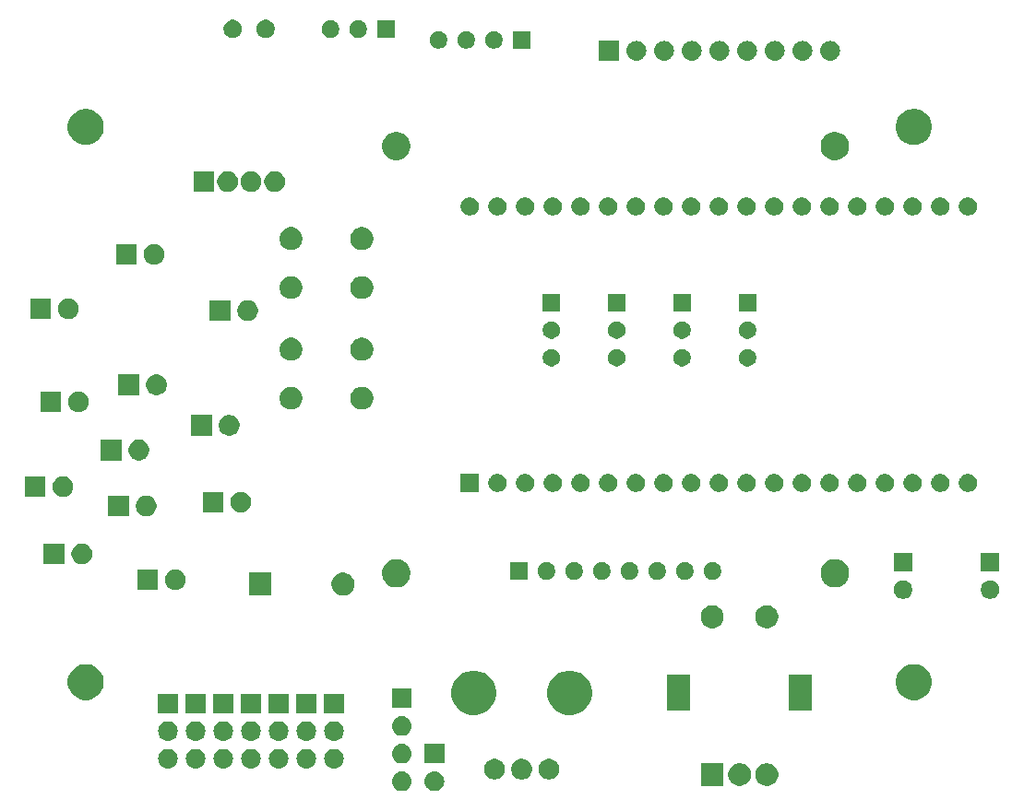
<source format=gbr>
G04 #@! TF.GenerationSoftware,KiCad,Pcbnew,(5.1.0)-1*
G04 #@! TF.CreationDate,2019-05-12T21:15:30+02:00*
G04 #@! TF.ProjectId,ESP32 dev board,45535033-3220-4646-9576-20626f617264,rev?*
G04 #@! TF.SameCoordinates,Original*
G04 #@! TF.FileFunction,Soldermask,Top*
G04 #@! TF.FilePolarity,Negative*
%FSLAX46Y46*%
G04 Gerber Fmt 4.6, Leading zero omitted, Abs format (unit mm)*
G04 Created by KiCad (PCBNEW (5.1.0)-1) date 2019-05-12 21:15:30*
%MOMM*%
%LPD*%
G04 APERTURE LIST*
%ADD10C,0.100000*%
G04 APERTURE END LIST*
D10*
G36*
X44110443Y-71225519D02*
G01*
X44176627Y-71232037D01*
X44346466Y-71283557D01*
X44502991Y-71367222D01*
X44538647Y-71396484D01*
X44640186Y-71479814D01*
X44723448Y-71581271D01*
X44752778Y-71617009D01*
X44836443Y-71773534D01*
X44887963Y-71943373D01*
X44905359Y-72120000D01*
X44887963Y-72296627D01*
X44836443Y-72466466D01*
X44752778Y-72622991D01*
X44723448Y-72658729D01*
X44640186Y-72760186D01*
X44538729Y-72843448D01*
X44502991Y-72872778D01*
X44346466Y-72956443D01*
X44176627Y-73007963D01*
X44110442Y-73014482D01*
X44044260Y-73021000D01*
X43955740Y-73021000D01*
X43889558Y-73014482D01*
X43823373Y-73007963D01*
X43653534Y-72956443D01*
X43497009Y-72872778D01*
X43461271Y-72843448D01*
X43359814Y-72760186D01*
X43276552Y-72658729D01*
X43247222Y-72622991D01*
X43163557Y-72466466D01*
X43112037Y-72296627D01*
X43094641Y-72120000D01*
X43112037Y-71943373D01*
X43163557Y-71773534D01*
X43247222Y-71617009D01*
X43276552Y-71581271D01*
X43359814Y-71479814D01*
X43461353Y-71396484D01*
X43497009Y-71367222D01*
X43653534Y-71283557D01*
X43823373Y-71232037D01*
X43889557Y-71225519D01*
X43955740Y-71219000D01*
X44044260Y-71219000D01*
X44110443Y-71225519D01*
X44110443Y-71225519D01*
G37*
G36*
X41110443Y-71225519D02*
G01*
X41176627Y-71232037D01*
X41346466Y-71283557D01*
X41502991Y-71367222D01*
X41538647Y-71396484D01*
X41640186Y-71479814D01*
X41723448Y-71581271D01*
X41752778Y-71617009D01*
X41836443Y-71773534D01*
X41887963Y-71943373D01*
X41905359Y-72120000D01*
X41887963Y-72296627D01*
X41836443Y-72466466D01*
X41752778Y-72622991D01*
X41723448Y-72658729D01*
X41640186Y-72760186D01*
X41538729Y-72843448D01*
X41502991Y-72872778D01*
X41346466Y-72956443D01*
X41176627Y-73007963D01*
X41110442Y-73014482D01*
X41044260Y-73021000D01*
X40955740Y-73021000D01*
X40889558Y-73014482D01*
X40823373Y-73007963D01*
X40653534Y-72956443D01*
X40497009Y-72872778D01*
X40461271Y-72843448D01*
X40359814Y-72760186D01*
X40276552Y-72658729D01*
X40247222Y-72622991D01*
X40163557Y-72466466D01*
X40112037Y-72296627D01*
X40094641Y-72120000D01*
X40112037Y-71943373D01*
X40163557Y-71773534D01*
X40247222Y-71617009D01*
X40276552Y-71581271D01*
X40359814Y-71479814D01*
X40461353Y-71396484D01*
X40497009Y-71367222D01*
X40653534Y-71283557D01*
X40823373Y-71232037D01*
X40889557Y-71225519D01*
X40955740Y-71219000D01*
X41044260Y-71219000D01*
X41110443Y-71225519D01*
X41110443Y-71225519D01*
G37*
G36*
X74806564Y-70489389D02*
G01*
X74951767Y-70549534D01*
X74997835Y-70568616D01*
X75169973Y-70683635D01*
X75316365Y-70830027D01*
X75347379Y-70876442D01*
X75431385Y-71002167D01*
X75510611Y-71193436D01*
X75551000Y-71396484D01*
X75551000Y-71603516D01*
X75510611Y-71806564D01*
X75453943Y-71943373D01*
X75431384Y-71997835D01*
X75316365Y-72169973D01*
X75169973Y-72316365D01*
X74997835Y-72431384D01*
X74997834Y-72431385D01*
X74997833Y-72431385D01*
X74806564Y-72510611D01*
X74603516Y-72551000D01*
X74396484Y-72551000D01*
X74193436Y-72510611D01*
X74002167Y-72431385D01*
X74002166Y-72431385D01*
X74002165Y-72431384D01*
X73830027Y-72316365D01*
X73683635Y-72169973D01*
X73568616Y-71997835D01*
X73546057Y-71943373D01*
X73489389Y-71806564D01*
X73449000Y-71603516D01*
X73449000Y-71396484D01*
X73489389Y-71193436D01*
X73568615Y-71002167D01*
X73652622Y-70876442D01*
X73683635Y-70830027D01*
X73830027Y-70683635D01*
X74002165Y-70568616D01*
X74048233Y-70549534D01*
X74193436Y-70489389D01*
X74396484Y-70449000D01*
X74603516Y-70449000D01*
X74806564Y-70489389D01*
X74806564Y-70489389D01*
G37*
G36*
X70551000Y-72551000D02*
G01*
X68449000Y-72551000D01*
X68449000Y-70449000D01*
X70551000Y-70449000D01*
X70551000Y-72551000D01*
X70551000Y-72551000D01*
G37*
G36*
X72306564Y-70489389D02*
G01*
X72451767Y-70549534D01*
X72497835Y-70568616D01*
X72669973Y-70683635D01*
X72816365Y-70830027D01*
X72847379Y-70876442D01*
X72931385Y-71002167D01*
X73010611Y-71193436D01*
X73051000Y-71396484D01*
X73051000Y-71603516D01*
X73010611Y-71806564D01*
X72953943Y-71943373D01*
X72931384Y-71997835D01*
X72816365Y-72169973D01*
X72669973Y-72316365D01*
X72497835Y-72431384D01*
X72497834Y-72431385D01*
X72497833Y-72431385D01*
X72306564Y-72510611D01*
X72103516Y-72551000D01*
X71896484Y-72551000D01*
X71693436Y-72510611D01*
X71502167Y-72431385D01*
X71502166Y-72431385D01*
X71502165Y-72431384D01*
X71330027Y-72316365D01*
X71183635Y-72169973D01*
X71068616Y-71997835D01*
X71046057Y-71943373D01*
X70989389Y-71806564D01*
X70949000Y-71603516D01*
X70949000Y-71396484D01*
X70989389Y-71193436D01*
X71068615Y-71002167D01*
X71152622Y-70876442D01*
X71183635Y-70830027D01*
X71330027Y-70683635D01*
X71502165Y-70568616D01*
X71548233Y-70549534D01*
X71693436Y-70489389D01*
X71896484Y-70449000D01*
X72103516Y-70449000D01*
X72306564Y-70489389D01*
X72306564Y-70489389D01*
G37*
G36*
X54777395Y-70085546D02*
G01*
X54950466Y-70157234D01*
X54950467Y-70157235D01*
X55106227Y-70261310D01*
X55238690Y-70393773D01*
X55275591Y-70449000D01*
X55342766Y-70549534D01*
X55414454Y-70722605D01*
X55451000Y-70906333D01*
X55451000Y-71093667D01*
X55414454Y-71277395D01*
X55342766Y-71450466D01*
X55291081Y-71527818D01*
X55238690Y-71606227D01*
X55106227Y-71738690D01*
X55054082Y-71773532D01*
X54950466Y-71842766D01*
X54777395Y-71914454D01*
X54593667Y-71951000D01*
X54406333Y-71951000D01*
X54222605Y-71914454D01*
X54049534Y-71842766D01*
X53945918Y-71773532D01*
X53893773Y-71738690D01*
X53761310Y-71606227D01*
X53708919Y-71527818D01*
X53657234Y-71450466D01*
X53585546Y-71277395D01*
X53549000Y-71093667D01*
X53549000Y-70906333D01*
X53585546Y-70722605D01*
X53657234Y-70549534D01*
X53724409Y-70449000D01*
X53761310Y-70393773D01*
X53893773Y-70261310D01*
X54049533Y-70157235D01*
X54049534Y-70157234D01*
X54222605Y-70085546D01*
X54406333Y-70049000D01*
X54593667Y-70049000D01*
X54777395Y-70085546D01*
X54777395Y-70085546D01*
G37*
G36*
X52277395Y-70085546D02*
G01*
X52450466Y-70157234D01*
X52450467Y-70157235D01*
X52606227Y-70261310D01*
X52738690Y-70393773D01*
X52775591Y-70449000D01*
X52842766Y-70549534D01*
X52914454Y-70722605D01*
X52951000Y-70906333D01*
X52951000Y-71093667D01*
X52914454Y-71277395D01*
X52842766Y-71450466D01*
X52791081Y-71527818D01*
X52738690Y-71606227D01*
X52606227Y-71738690D01*
X52554082Y-71773532D01*
X52450466Y-71842766D01*
X52277395Y-71914454D01*
X52093667Y-71951000D01*
X51906333Y-71951000D01*
X51722605Y-71914454D01*
X51549534Y-71842766D01*
X51445918Y-71773532D01*
X51393773Y-71738690D01*
X51261310Y-71606227D01*
X51208919Y-71527818D01*
X51157234Y-71450466D01*
X51085546Y-71277395D01*
X51049000Y-71093667D01*
X51049000Y-70906333D01*
X51085546Y-70722605D01*
X51157234Y-70549534D01*
X51224409Y-70449000D01*
X51261310Y-70393773D01*
X51393773Y-70261310D01*
X51549533Y-70157235D01*
X51549534Y-70157234D01*
X51722605Y-70085546D01*
X51906333Y-70049000D01*
X52093667Y-70049000D01*
X52277395Y-70085546D01*
X52277395Y-70085546D01*
G37*
G36*
X49777395Y-70085546D02*
G01*
X49950466Y-70157234D01*
X49950467Y-70157235D01*
X50106227Y-70261310D01*
X50238690Y-70393773D01*
X50275591Y-70449000D01*
X50342766Y-70549534D01*
X50414454Y-70722605D01*
X50451000Y-70906333D01*
X50451000Y-71093667D01*
X50414454Y-71277395D01*
X50342766Y-71450466D01*
X50291081Y-71527818D01*
X50238690Y-71606227D01*
X50106227Y-71738690D01*
X50054082Y-71773532D01*
X49950466Y-71842766D01*
X49777395Y-71914454D01*
X49593667Y-71951000D01*
X49406333Y-71951000D01*
X49222605Y-71914454D01*
X49049534Y-71842766D01*
X48945918Y-71773532D01*
X48893773Y-71738690D01*
X48761310Y-71606227D01*
X48708919Y-71527818D01*
X48657234Y-71450466D01*
X48585546Y-71277395D01*
X48549000Y-71093667D01*
X48549000Y-70906333D01*
X48585546Y-70722605D01*
X48657234Y-70549534D01*
X48724409Y-70449000D01*
X48761310Y-70393773D01*
X48893773Y-70261310D01*
X49049533Y-70157235D01*
X49049534Y-70157234D01*
X49222605Y-70085546D01*
X49406333Y-70049000D01*
X49593667Y-70049000D01*
X49777395Y-70085546D01*
X49777395Y-70085546D01*
G37*
G36*
X24730443Y-69145519D02*
G01*
X24796627Y-69152037D01*
X24966466Y-69203557D01*
X25122991Y-69287222D01*
X25158729Y-69316552D01*
X25260186Y-69399814D01*
X25343448Y-69501271D01*
X25372778Y-69537009D01*
X25456443Y-69693534D01*
X25507963Y-69863373D01*
X25525359Y-70040000D01*
X25507963Y-70216627D01*
X25456443Y-70386466D01*
X25372778Y-70542991D01*
X25367409Y-70549533D01*
X25260186Y-70680186D01*
X25158729Y-70763448D01*
X25122991Y-70792778D01*
X24966466Y-70876443D01*
X24796627Y-70927963D01*
X24730442Y-70934482D01*
X24664260Y-70941000D01*
X24575740Y-70941000D01*
X24509558Y-70934482D01*
X24443373Y-70927963D01*
X24273534Y-70876443D01*
X24117009Y-70792778D01*
X24081271Y-70763448D01*
X23979814Y-70680186D01*
X23872591Y-70549533D01*
X23867222Y-70542991D01*
X23783557Y-70386466D01*
X23732037Y-70216627D01*
X23714641Y-70040000D01*
X23732037Y-69863373D01*
X23783557Y-69693534D01*
X23867222Y-69537009D01*
X23896552Y-69501271D01*
X23979814Y-69399814D01*
X24081271Y-69316552D01*
X24117009Y-69287222D01*
X24273534Y-69203557D01*
X24443373Y-69152037D01*
X24509557Y-69145519D01*
X24575740Y-69139000D01*
X24664260Y-69139000D01*
X24730443Y-69145519D01*
X24730443Y-69145519D01*
G37*
G36*
X29810443Y-69145519D02*
G01*
X29876627Y-69152037D01*
X30046466Y-69203557D01*
X30202991Y-69287222D01*
X30238729Y-69316552D01*
X30340186Y-69399814D01*
X30423448Y-69501271D01*
X30452778Y-69537009D01*
X30536443Y-69693534D01*
X30587963Y-69863373D01*
X30605359Y-70040000D01*
X30587963Y-70216627D01*
X30536443Y-70386466D01*
X30452778Y-70542991D01*
X30447409Y-70549533D01*
X30340186Y-70680186D01*
X30238729Y-70763448D01*
X30202991Y-70792778D01*
X30046466Y-70876443D01*
X29876627Y-70927963D01*
X29810442Y-70934482D01*
X29744260Y-70941000D01*
X29655740Y-70941000D01*
X29589558Y-70934482D01*
X29523373Y-70927963D01*
X29353534Y-70876443D01*
X29197009Y-70792778D01*
X29161271Y-70763448D01*
X29059814Y-70680186D01*
X28952591Y-70549533D01*
X28947222Y-70542991D01*
X28863557Y-70386466D01*
X28812037Y-70216627D01*
X28794641Y-70040000D01*
X28812037Y-69863373D01*
X28863557Y-69693534D01*
X28947222Y-69537009D01*
X28976552Y-69501271D01*
X29059814Y-69399814D01*
X29161271Y-69316552D01*
X29197009Y-69287222D01*
X29353534Y-69203557D01*
X29523373Y-69152037D01*
X29589557Y-69145519D01*
X29655740Y-69139000D01*
X29744260Y-69139000D01*
X29810443Y-69145519D01*
X29810443Y-69145519D01*
G37*
G36*
X27270443Y-69145519D02*
G01*
X27336627Y-69152037D01*
X27506466Y-69203557D01*
X27662991Y-69287222D01*
X27698729Y-69316552D01*
X27800186Y-69399814D01*
X27883448Y-69501271D01*
X27912778Y-69537009D01*
X27996443Y-69693534D01*
X28047963Y-69863373D01*
X28065359Y-70040000D01*
X28047963Y-70216627D01*
X27996443Y-70386466D01*
X27912778Y-70542991D01*
X27907409Y-70549533D01*
X27800186Y-70680186D01*
X27698729Y-70763448D01*
X27662991Y-70792778D01*
X27506466Y-70876443D01*
X27336627Y-70927963D01*
X27270442Y-70934482D01*
X27204260Y-70941000D01*
X27115740Y-70941000D01*
X27049558Y-70934482D01*
X26983373Y-70927963D01*
X26813534Y-70876443D01*
X26657009Y-70792778D01*
X26621271Y-70763448D01*
X26519814Y-70680186D01*
X26412591Y-70549533D01*
X26407222Y-70542991D01*
X26323557Y-70386466D01*
X26272037Y-70216627D01*
X26254641Y-70040000D01*
X26272037Y-69863373D01*
X26323557Y-69693534D01*
X26407222Y-69537009D01*
X26436552Y-69501271D01*
X26519814Y-69399814D01*
X26621271Y-69316552D01*
X26657009Y-69287222D01*
X26813534Y-69203557D01*
X26983373Y-69152037D01*
X27049557Y-69145519D01*
X27115740Y-69139000D01*
X27204260Y-69139000D01*
X27270443Y-69145519D01*
X27270443Y-69145519D01*
G37*
G36*
X32350443Y-69145519D02*
G01*
X32416627Y-69152037D01*
X32586466Y-69203557D01*
X32742991Y-69287222D01*
X32778729Y-69316552D01*
X32880186Y-69399814D01*
X32963448Y-69501271D01*
X32992778Y-69537009D01*
X33076443Y-69693534D01*
X33127963Y-69863373D01*
X33145359Y-70040000D01*
X33127963Y-70216627D01*
X33076443Y-70386466D01*
X32992778Y-70542991D01*
X32987409Y-70549533D01*
X32880186Y-70680186D01*
X32778729Y-70763448D01*
X32742991Y-70792778D01*
X32586466Y-70876443D01*
X32416627Y-70927963D01*
X32350442Y-70934482D01*
X32284260Y-70941000D01*
X32195740Y-70941000D01*
X32129558Y-70934482D01*
X32063373Y-70927963D01*
X31893534Y-70876443D01*
X31737009Y-70792778D01*
X31701271Y-70763448D01*
X31599814Y-70680186D01*
X31492591Y-70549533D01*
X31487222Y-70542991D01*
X31403557Y-70386466D01*
X31352037Y-70216627D01*
X31334641Y-70040000D01*
X31352037Y-69863373D01*
X31403557Y-69693534D01*
X31487222Y-69537009D01*
X31516552Y-69501271D01*
X31599814Y-69399814D01*
X31701271Y-69316552D01*
X31737009Y-69287222D01*
X31893534Y-69203557D01*
X32063373Y-69152037D01*
X32129557Y-69145519D01*
X32195740Y-69139000D01*
X32284260Y-69139000D01*
X32350443Y-69145519D01*
X32350443Y-69145519D01*
G37*
G36*
X22190443Y-69145519D02*
G01*
X22256627Y-69152037D01*
X22426466Y-69203557D01*
X22582991Y-69287222D01*
X22618729Y-69316552D01*
X22720186Y-69399814D01*
X22803448Y-69501271D01*
X22832778Y-69537009D01*
X22916443Y-69693534D01*
X22967963Y-69863373D01*
X22985359Y-70040000D01*
X22967963Y-70216627D01*
X22916443Y-70386466D01*
X22832778Y-70542991D01*
X22827409Y-70549533D01*
X22720186Y-70680186D01*
X22618729Y-70763448D01*
X22582991Y-70792778D01*
X22426466Y-70876443D01*
X22256627Y-70927963D01*
X22190442Y-70934482D01*
X22124260Y-70941000D01*
X22035740Y-70941000D01*
X21969558Y-70934482D01*
X21903373Y-70927963D01*
X21733534Y-70876443D01*
X21577009Y-70792778D01*
X21541271Y-70763448D01*
X21439814Y-70680186D01*
X21332591Y-70549533D01*
X21327222Y-70542991D01*
X21243557Y-70386466D01*
X21192037Y-70216627D01*
X21174641Y-70040000D01*
X21192037Y-69863373D01*
X21243557Y-69693534D01*
X21327222Y-69537009D01*
X21356552Y-69501271D01*
X21439814Y-69399814D01*
X21541271Y-69316552D01*
X21577009Y-69287222D01*
X21733534Y-69203557D01*
X21903373Y-69152037D01*
X21969557Y-69145519D01*
X22035740Y-69139000D01*
X22124260Y-69139000D01*
X22190443Y-69145519D01*
X22190443Y-69145519D01*
G37*
G36*
X19650443Y-69145519D02*
G01*
X19716627Y-69152037D01*
X19886466Y-69203557D01*
X20042991Y-69287222D01*
X20078729Y-69316552D01*
X20180186Y-69399814D01*
X20263448Y-69501271D01*
X20292778Y-69537009D01*
X20376443Y-69693534D01*
X20427963Y-69863373D01*
X20445359Y-70040000D01*
X20427963Y-70216627D01*
X20376443Y-70386466D01*
X20292778Y-70542991D01*
X20287409Y-70549533D01*
X20180186Y-70680186D01*
X20078729Y-70763448D01*
X20042991Y-70792778D01*
X19886466Y-70876443D01*
X19716627Y-70927963D01*
X19650442Y-70934482D01*
X19584260Y-70941000D01*
X19495740Y-70941000D01*
X19429558Y-70934482D01*
X19363373Y-70927963D01*
X19193534Y-70876443D01*
X19037009Y-70792778D01*
X19001271Y-70763448D01*
X18899814Y-70680186D01*
X18792591Y-70549533D01*
X18787222Y-70542991D01*
X18703557Y-70386466D01*
X18652037Y-70216627D01*
X18634641Y-70040000D01*
X18652037Y-69863373D01*
X18703557Y-69693534D01*
X18787222Y-69537009D01*
X18816552Y-69501271D01*
X18899814Y-69399814D01*
X19001271Y-69316552D01*
X19037009Y-69287222D01*
X19193534Y-69203557D01*
X19363373Y-69152037D01*
X19429557Y-69145519D01*
X19495740Y-69139000D01*
X19584260Y-69139000D01*
X19650443Y-69145519D01*
X19650443Y-69145519D01*
G37*
G36*
X34890443Y-69145519D02*
G01*
X34956627Y-69152037D01*
X35126466Y-69203557D01*
X35282991Y-69287222D01*
X35318729Y-69316552D01*
X35420186Y-69399814D01*
X35503448Y-69501271D01*
X35532778Y-69537009D01*
X35616443Y-69693534D01*
X35667963Y-69863373D01*
X35685359Y-70040000D01*
X35667963Y-70216627D01*
X35616443Y-70386466D01*
X35532778Y-70542991D01*
X35527409Y-70549533D01*
X35420186Y-70680186D01*
X35318729Y-70763448D01*
X35282991Y-70792778D01*
X35126466Y-70876443D01*
X34956627Y-70927963D01*
X34890442Y-70934482D01*
X34824260Y-70941000D01*
X34735740Y-70941000D01*
X34669558Y-70934482D01*
X34603373Y-70927963D01*
X34433534Y-70876443D01*
X34277009Y-70792778D01*
X34241271Y-70763448D01*
X34139814Y-70680186D01*
X34032591Y-70549533D01*
X34027222Y-70542991D01*
X33943557Y-70386466D01*
X33892037Y-70216627D01*
X33874641Y-70040000D01*
X33892037Y-69863373D01*
X33943557Y-69693534D01*
X34027222Y-69537009D01*
X34056552Y-69501271D01*
X34139814Y-69399814D01*
X34241271Y-69316552D01*
X34277009Y-69287222D01*
X34433534Y-69203557D01*
X34603373Y-69152037D01*
X34669557Y-69145519D01*
X34735740Y-69139000D01*
X34824260Y-69139000D01*
X34890443Y-69145519D01*
X34890443Y-69145519D01*
G37*
G36*
X41110442Y-68685518D02*
G01*
X41176627Y-68692037D01*
X41346466Y-68743557D01*
X41502991Y-68827222D01*
X41538729Y-68856552D01*
X41640186Y-68939814D01*
X41723448Y-69041271D01*
X41752778Y-69077009D01*
X41836443Y-69233534D01*
X41887963Y-69403373D01*
X41905359Y-69580000D01*
X41887963Y-69756627D01*
X41836443Y-69926466D01*
X41752778Y-70082991D01*
X41750681Y-70085546D01*
X41640186Y-70220186D01*
X41538729Y-70303448D01*
X41502991Y-70332778D01*
X41346466Y-70416443D01*
X41176627Y-70467963D01*
X41110443Y-70474481D01*
X41044260Y-70481000D01*
X40955740Y-70481000D01*
X40889557Y-70474481D01*
X40823373Y-70467963D01*
X40653534Y-70416443D01*
X40497009Y-70332778D01*
X40461271Y-70303448D01*
X40359814Y-70220186D01*
X40249319Y-70085546D01*
X40247222Y-70082991D01*
X40163557Y-69926466D01*
X40112037Y-69756627D01*
X40094641Y-69580000D01*
X40112037Y-69403373D01*
X40163557Y-69233534D01*
X40247222Y-69077009D01*
X40276552Y-69041271D01*
X40359814Y-68939814D01*
X40461271Y-68856552D01*
X40497009Y-68827222D01*
X40653534Y-68743557D01*
X40823373Y-68692037D01*
X40889558Y-68685518D01*
X40955740Y-68679000D01*
X41044260Y-68679000D01*
X41110442Y-68685518D01*
X41110442Y-68685518D01*
G37*
G36*
X44901000Y-70481000D02*
G01*
X43099000Y-70481000D01*
X43099000Y-68679000D01*
X44901000Y-68679000D01*
X44901000Y-70481000D01*
X44901000Y-70481000D01*
G37*
G36*
X29810442Y-66605518D02*
G01*
X29876627Y-66612037D01*
X30046466Y-66663557D01*
X30202991Y-66747222D01*
X30238729Y-66776552D01*
X30340186Y-66859814D01*
X30423448Y-66961271D01*
X30452778Y-66997009D01*
X30536443Y-67153534D01*
X30587963Y-67323373D01*
X30605359Y-67500000D01*
X30587963Y-67676627D01*
X30536443Y-67846466D01*
X30452778Y-68002991D01*
X30423448Y-68038729D01*
X30340186Y-68140186D01*
X30238729Y-68223448D01*
X30202991Y-68252778D01*
X30046466Y-68336443D01*
X29876627Y-68387963D01*
X29810442Y-68394482D01*
X29744260Y-68401000D01*
X29655740Y-68401000D01*
X29589558Y-68394482D01*
X29523373Y-68387963D01*
X29353534Y-68336443D01*
X29197009Y-68252778D01*
X29161271Y-68223448D01*
X29059814Y-68140186D01*
X28976552Y-68038729D01*
X28947222Y-68002991D01*
X28863557Y-67846466D01*
X28812037Y-67676627D01*
X28794641Y-67500000D01*
X28812037Y-67323373D01*
X28863557Y-67153534D01*
X28947222Y-66997009D01*
X28976552Y-66961271D01*
X29059814Y-66859814D01*
X29161271Y-66776552D01*
X29197009Y-66747222D01*
X29353534Y-66663557D01*
X29523373Y-66612037D01*
X29589558Y-66605518D01*
X29655740Y-66599000D01*
X29744260Y-66599000D01*
X29810442Y-66605518D01*
X29810442Y-66605518D01*
G37*
G36*
X32350442Y-66605518D02*
G01*
X32416627Y-66612037D01*
X32586466Y-66663557D01*
X32742991Y-66747222D01*
X32778729Y-66776552D01*
X32880186Y-66859814D01*
X32963448Y-66961271D01*
X32992778Y-66997009D01*
X33076443Y-67153534D01*
X33127963Y-67323373D01*
X33145359Y-67500000D01*
X33127963Y-67676627D01*
X33076443Y-67846466D01*
X32992778Y-68002991D01*
X32963448Y-68038729D01*
X32880186Y-68140186D01*
X32778729Y-68223448D01*
X32742991Y-68252778D01*
X32586466Y-68336443D01*
X32416627Y-68387963D01*
X32350442Y-68394482D01*
X32284260Y-68401000D01*
X32195740Y-68401000D01*
X32129558Y-68394482D01*
X32063373Y-68387963D01*
X31893534Y-68336443D01*
X31737009Y-68252778D01*
X31701271Y-68223448D01*
X31599814Y-68140186D01*
X31516552Y-68038729D01*
X31487222Y-68002991D01*
X31403557Y-67846466D01*
X31352037Y-67676627D01*
X31334641Y-67500000D01*
X31352037Y-67323373D01*
X31403557Y-67153534D01*
X31487222Y-66997009D01*
X31516552Y-66961271D01*
X31599814Y-66859814D01*
X31701271Y-66776552D01*
X31737009Y-66747222D01*
X31893534Y-66663557D01*
X32063373Y-66612037D01*
X32129558Y-66605518D01*
X32195740Y-66599000D01*
X32284260Y-66599000D01*
X32350442Y-66605518D01*
X32350442Y-66605518D01*
G37*
G36*
X34890442Y-66605518D02*
G01*
X34956627Y-66612037D01*
X35126466Y-66663557D01*
X35282991Y-66747222D01*
X35318729Y-66776552D01*
X35420186Y-66859814D01*
X35503448Y-66961271D01*
X35532778Y-66997009D01*
X35616443Y-67153534D01*
X35667963Y-67323373D01*
X35685359Y-67500000D01*
X35667963Y-67676627D01*
X35616443Y-67846466D01*
X35532778Y-68002991D01*
X35503448Y-68038729D01*
X35420186Y-68140186D01*
X35318729Y-68223448D01*
X35282991Y-68252778D01*
X35126466Y-68336443D01*
X34956627Y-68387963D01*
X34890442Y-68394482D01*
X34824260Y-68401000D01*
X34735740Y-68401000D01*
X34669558Y-68394482D01*
X34603373Y-68387963D01*
X34433534Y-68336443D01*
X34277009Y-68252778D01*
X34241271Y-68223448D01*
X34139814Y-68140186D01*
X34056552Y-68038729D01*
X34027222Y-68002991D01*
X33943557Y-67846466D01*
X33892037Y-67676627D01*
X33874641Y-67500000D01*
X33892037Y-67323373D01*
X33943557Y-67153534D01*
X34027222Y-66997009D01*
X34056552Y-66961271D01*
X34139814Y-66859814D01*
X34241271Y-66776552D01*
X34277009Y-66747222D01*
X34433534Y-66663557D01*
X34603373Y-66612037D01*
X34669558Y-66605518D01*
X34735740Y-66599000D01*
X34824260Y-66599000D01*
X34890442Y-66605518D01*
X34890442Y-66605518D01*
G37*
G36*
X22190442Y-66605518D02*
G01*
X22256627Y-66612037D01*
X22426466Y-66663557D01*
X22582991Y-66747222D01*
X22618729Y-66776552D01*
X22720186Y-66859814D01*
X22803448Y-66961271D01*
X22832778Y-66997009D01*
X22916443Y-67153534D01*
X22967963Y-67323373D01*
X22985359Y-67500000D01*
X22967963Y-67676627D01*
X22916443Y-67846466D01*
X22832778Y-68002991D01*
X22803448Y-68038729D01*
X22720186Y-68140186D01*
X22618729Y-68223448D01*
X22582991Y-68252778D01*
X22426466Y-68336443D01*
X22256627Y-68387963D01*
X22190442Y-68394482D01*
X22124260Y-68401000D01*
X22035740Y-68401000D01*
X21969558Y-68394482D01*
X21903373Y-68387963D01*
X21733534Y-68336443D01*
X21577009Y-68252778D01*
X21541271Y-68223448D01*
X21439814Y-68140186D01*
X21356552Y-68038729D01*
X21327222Y-68002991D01*
X21243557Y-67846466D01*
X21192037Y-67676627D01*
X21174641Y-67500000D01*
X21192037Y-67323373D01*
X21243557Y-67153534D01*
X21327222Y-66997009D01*
X21356552Y-66961271D01*
X21439814Y-66859814D01*
X21541271Y-66776552D01*
X21577009Y-66747222D01*
X21733534Y-66663557D01*
X21903373Y-66612037D01*
X21969558Y-66605518D01*
X22035740Y-66599000D01*
X22124260Y-66599000D01*
X22190442Y-66605518D01*
X22190442Y-66605518D01*
G37*
G36*
X19650442Y-66605518D02*
G01*
X19716627Y-66612037D01*
X19886466Y-66663557D01*
X20042991Y-66747222D01*
X20078729Y-66776552D01*
X20180186Y-66859814D01*
X20263448Y-66961271D01*
X20292778Y-66997009D01*
X20376443Y-67153534D01*
X20427963Y-67323373D01*
X20445359Y-67500000D01*
X20427963Y-67676627D01*
X20376443Y-67846466D01*
X20292778Y-68002991D01*
X20263448Y-68038729D01*
X20180186Y-68140186D01*
X20078729Y-68223448D01*
X20042991Y-68252778D01*
X19886466Y-68336443D01*
X19716627Y-68387963D01*
X19650442Y-68394482D01*
X19584260Y-68401000D01*
X19495740Y-68401000D01*
X19429558Y-68394482D01*
X19363373Y-68387963D01*
X19193534Y-68336443D01*
X19037009Y-68252778D01*
X19001271Y-68223448D01*
X18899814Y-68140186D01*
X18816552Y-68038729D01*
X18787222Y-68002991D01*
X18703557Y-67846466D01*
X18652037Y-67676627D01*
X18634641Y-67500000D01*
X18652037Y-67323373D01*
X18703557Y-67153534D01*
X18787222Y-66997009D01*
X18816552Y-66961271D01*
X18899814Y-66859814D01*
X19001271Y-66776552D01*
X19037009Y-66747222D01*
X19193534Y-66663557D01*
X19363373Y-66612037D01*
X19429558Y-66605518D01*
X19495740Y-66599000D01*
X19584260Y-66599000D01*
X19650442Y-66605518D01*
X19650442Y-66605518D01*
G37*
G36*
X27270442Y-66605518D02*
G01*
X27336627Y-66612037D01*
X27506466Y-66663557D01*
X27662991Y-66747222D01*
X27698729Y-66776552D01*
X27800186Y-66859814D01*
X27883448Y-66961271D01*
X27912778Y-66997009D01*
X27996443Y-67153534D01*
X28047963Y-67323373D01*
X28065359Y-67500000D01*
X28047963Y-67676627D01*
X27996443Y-67846466D01*
X27912778Y-68002991D01*
X27883448Y-68038729D01*
X27800186Y-68140186D01*
X27698729Y-68223448D01*
X27662991Y-68252778D01*
X27506466Y-68336443D01*
X27336627Y-68387963D01*
X27270442Y-68394482D01*
X27204260Y-68401000D01*
X27115740Y-68401000D01*
X27049558Y-68394482D01*
X26983373Y-68387963D01*
X26813534Y-68336443D01*
X26657009Y-68252778D01*
X26621271Y-68223448D01*
X26519814Y-68140186D01*
X26436552Y-68038729D01*
X26407222Y-68002991D01*
X26323557Y-67846466D01*
X26272037Y-67676627D01*
X26254641Y-67500000D01*
X26272037Y-67323373D01*
X26323557Y-67153534D01*
X26407222Y-66997009D01*
X26436552Y-66961271D01*
X26519814Y-66859814D01*
X26621271Y-66776552D01*
X26657009Y-66747222D01*
X26813534Y-66663557D01*
X26983373Y-66612037D01*
X27049558Y-66605518D01*
X27115740Y-66599000D01*
X27204260Y-66599000D01*
X27270442Y-66605518D01*
X27270442Y-66605518D01*
G37*
G36*
X24730442Y-66605518D02*
G01*
X24796627Y-66612037D01*
X24966466Y-66663557D01*
X25122991Y-66747222D01*
X25158729Y-66776552D01*
X25260186Y-66859814D01*
X25343448Y-66961271D01*
X25372778Y-66997009D01*
X25456443Y-67153534D01*
X25507963Y-67323373D01*
X25525359Y-67500000D01*
X25507963Y-67676627D01*
X25456443Y-67846466D01*
X25372778Y-68002991D01*
X25343448Y-68038729D01*
X25260186Y-68140186D01*
X25158729Y-68223448D01*
X25122991Y-68252778D01*
X24966466Y-68336443D01*
X24796627Y-68387963D01*
X24730442Y-68394482D01*
X24664260Y-68401000D01*
X24575740Y-68401000D01*
X24509558Y-68394482D01*
X24443373Y-68387963D01*
X24273534Y-68336443D01*
X24117009Y-68252778D01*
X24081271Y-68223448D01*
X23979814Y-68140186D01*
X23896552Y-68038729D01*
X23867222Y-68002991D01*
X23783557Y-67846466D01*
X23732037Y-67676627D01*
X23714641Y-67500000D01*
X23732037Y-67323373D01*
X23783557Y-67153534D01*
X23867222Y-66997009D01*
X23896552Y-66961271D01*
X23979814Y-66859814D01*
X24081271Y-66776552D01*
X24117009Y-66747222D01*
X24273534Y-66663557D01*
X24443373Y-66612037D01*
X24509558Y-66605518D01*
X24575740Y-66599000D01*
X24664260Y-66599000D01*
X24730442Y-66605518D01*
X24730442Y-66605518D01*
G37*
G36*
X41110442Y-66145518D02*
G01*
X41176627Y-66152037D01*
X41346466Y-66203557D01*
X41502991Y-66287222D01*
X41538729Y-66316552D01*
X41640186Y-66399814D01*
X41723448Y-66501271D01*
X41752778Y-66537009D01*
X41836443Y-66693534D01*
X41887963Y-66863373D01*
X41905359Y-67040000D01*
X41887963Y-67216627D01*
X41836443Y-67386466D01*
X41752778Y-67542991D01*
X41723448Y-67578729D01*
X41640186Y-67680186D01*
X41538729Y-67763448D01*
X41502991Y-67792778D01*
X41346466Y-67876443D01*
X41176627Y-67927963D01*
X41110442Y-67934482D01*
X41044260Y-67941000D01*
X40955740Y-67941000D01*
X40889558Y-67934482D01*
X40823373Y-67927963D01*
X40653534Y-67876443D01*
X40497009Y-67792778D01*
X40461271Y-67763448D01*
X40359814Y-67680186D01*
X40276552Y-67578729D01*
X40247222Y-67542991D01*
X40163557Y-67386466D01*
X40112037Y-67216627D01*
X40094641Y-67040000D01*
X40112037Y-66863373D01*
X40163557Y-66693534D01*
X40247222Y-66537009D01*
X40276552Y-66501271D01*
X40359814Y-66399814D01*
X40461271Y-66316552D01*
X40497009Y-66287222D01*
X40653534Y-66203557D01*
X40823373Y-66152037D01*
X40889558Y-66145518D01*
X40955740Y-66139000D01*
X41044260Y-66139000D01*
X41110442Y-66145518D01*
X41110442Y-66145518D01*
G37*
G36*
X56998254Y-62027818D02*
G01*
X57371511Y-62182426D01*
X57371513Y-62182427D01*
X57620807Y-62349000D01*
X57707436Y-62406884D01*
X57993116Y-62692564D01*
X58217574Y-63028489D01*
X58372182Y-63401746D01*
X58451000Y-63797993D01*
X58451000Y-64202007D01*
X58372182Y-64598254D01*
X58217574Y-64971511D01*
X58217573Y-64971513D01*
X57993116Y-65307436D01*
X57707436Y-65593116D01*
X57371513Y-65817573D01*
X57371512Y-65817574D01*
X57371511Y-65817574D01*
X56998254Y-65972182D01*
X56602007Y-66051000D01*
X56197993Y-66051000D01*
X55801746Y-65972182D01*
X55428489Y-65817574D01*
X55428488Y-65817574D01*
X55428487Y-65817573D01*
X55092564Y-65593116D01*
X54806884Y-65307436D01*
X54582427Y-64971513D01*
X54582426Y-64971511D01*
X54427818Y-64598254D01*
X54349000Y-64202007D01*
X54349000Y-63797993D01*
X54427818Y-63401746D01*
X54582426Y-63028489D01*
X54806884Y-62692564D01*
X55092564Y-62406884D01*
X55179193Y-62349000D01*
X55428487Y-62182427D01*
X55428489Y-62182426D01*
X55801746Y-62027818D01*
X56197993Y-61949000D01*
X56602007Y-61949000D01*
X56998254Y-62027818D01*
X56998254Y-62027818D01*
G37*
G36*
X48198254Y-62027818D02*
G01*
X48571511Y-62182426D01*
X48571513Y-62182427D01*
X48820807Y-62349000D01*
X48907436Y-62406884D01*
X49193116Y-62692564D01*
X49417574Y-63028489D01*
X49572182Y-63401746D01*
X49651000Y-63797993D01*
X49651000Y-64202007D01*
X49572182Y-64598254D01*
X49417574Y-64971511D01*
X49417573Y-64971513D01*
X49193116Y-65307436D01*
X48907436Y-65593116D01*
X48571513Y-65817573D01*
X48571512Y-65817574D01*
X48571511Y-65817574D01*
X48198254Y-65972182D01*
X47802007Y-66051000D01*
X47397993Y-66051000D01*
X47001746Y-65972182D01*
X46628489Y-65817574D01*
X46628488Y-65817574D01*
X46628487Y-65817573D01*
X46292564Y-65593116D01*
X46006884Y-65307436D01*
X45782427Y-64971513D01*
X45782426Y-64971511D01*
X45627818Y-64598254D01*
X45549000Y-64202007D01*
X45549000Y-63797993D01*
X45627818Y-63401746D01*
X45782426Y-63028489D01*
X46006884Y-62692564D01*
X46292564Y-62406884D01*
X46379193Y-62349000D01*
X46628487Y-62182427D01*
X46628489Y-62182426D01*
X47001746Y-62027818D01*
X47397993Y-61949000D01*
X47802007Y-61949000D01*
X48198254Y-62027818D01*
X48198254Y-62027818D01*
G37*
G36*
X22981000Y-65861000D02*
G01*
X21179000Y-65861000D01*
X21179000Y-64059000D01*
X22981000Y-64059000D01*
X22981000Y-65861000D01*
X22981000Y-65861000D01*
G37*
G36*
X20441000Y-65861000D02*
G01*
X18639000Y-65861000D01*
X18639000Y-64059000D01*
X20441000Y-64059000D01*
X20441000Y-65861000D01*
X20441000Y-65861000D01*
G37*
G36*
X35681000Y-65861000D02*
G01*
X33879000Y-65861000D01*
X33879000Y-64059000D01*
X35681000Y-64059000D01*
X35681000Y-65861000D01*
X35681000Y-65861000D01*
G37*
G36*
X25521000Y-65861000D02*
G01*
X23719000Y-65861000D01*
X23719000Y-64059000D01*
X25521000Y-64059000D01*
X25521000Y-65861000D01*
X25521000Y-65861000D01*
G37*
G36*
X28061000Y-65861000D02*
G01*
X26259000Y-65861000D01*
X26259000Y-64059000D01*
X28061000Y-64059000D01*
X28061000Y-65861000D01*
X28061000Y-65861000D01*
G37*
G36*
X33141000Y-65861000D02*
G01*
X31339000Y-65861000D01*
X31339000Y-64059000D01*
X33141000Y-64059000D01*
X33141000Y-65861000D01*
X33141000Y-65861000D01*
G37*
G36*
X30601000Y-65861000D02*
G01*
X28799000Y-65861000D01*
X28799000Y-64059000D01*
X30601000Y-64059000D01*
X30601000Y-65861000D01*
X30601000Y-65861000D01*
G37*
G36*
X67451000Y-65651000D02*
G01*
X65349000Y-65651000D01*
X65349000Y-62349000D01*
X67451000Y-62349000D01*
X67451000Y-65651000D01*
X67451000Y-65651000D01*
G37*
G36*
X78651000Y-65651000D02*
G01*
X76549000Y-65651000D01*
X76549000Y-62349000D01*
X78651000Y-62349000D01*
X78651000Y-65651000D01*
X78651000Y-65651000D01*
G37*
G36*
X41901000Y-65401000D02*
G01*
X40099000Y-65401000D01*
X40099000Y-63599000D01*
X41901000Y-63599000D01*
X41901000Y-65401000D01*
X41901000Y-65401000D01*
G37*
G36*
X12375256Y-61391298D02*
G01*
X12481579Y-61412447D01*
X12782042Y-61536903D01*
X13052451Y-61717585D01*
X13282415Y-61947549D01*
X13463097Y-62217958D01*
X13587553Y-62518421D01*
X13651000Y-62837391D01*
X13651000Y-63162609D01*
X13587553Y-63481579D01*
X13463097Y-63782042D01*
X13282415Y-64052451D01*
X13052451Y-64282415D01*
X12782042Y-64463097D01*
X12481579Y-64587553D01*
X12427781Y-64598254D01*
X12162611Y-64651000D01*
X11837389Y-64651000D01*
X11572219Y-64598254D01*
X11518421Y-64587553D01*
X11217958Y-64463097D01*
X10947549Y-64282415D01*
X10717585Y-64052451D01*
X10536903Y-63782042D01*
X10412447Y-63481579D01*
X10349000Y-63162609D01*
X10349000Y-62837391D01*
X10412447Y-62518421D01*
X10536903Y-62217958D01*
X10717585Y-61947549D01*
X10947549Y-61717585D01*
X11217958Y-61536903D01*
X11518421Y-61412447D01*
X11624744Y-61391298D01*
X11837389Y-61349000D01*
X12162611Y-61349000D01*
X12375256Y-61391298D01*
X12375256Y-61391298D01*
G37*
G36*
X88375256Y-61391298D02*
G01*
X88481579Y-61412447D01*
X88782042Y-61536903D01*
X89052451Y-61717585D01*
X89282415Y-61947549D01*
X89463097Y-62217958D01*
X89587553Y-62518421D01*
X89651000Y-62837391D01*
X89651000Y-63162609D01*
X89587553Y-63481579D01*
X89463097Y-63782042D01*
X89282415Y-64052451D01*
X89052451Y-64282415D01*
X88782042Y-64463097D01*
X88481579Y-64587553D01*
X88427781Y-64598254D01*
X88162611Y-64651000D01*
X87837389Y-64651000D01*
X87572219Y-64598254D01*
X87518421Y-64587553D01*
X87217958Y-64463097D01*
X86947549Y-64282415D01*
X86717585Y-64052451D01*
X86536903Y-63782042D01*
X86412447Y-63481579D01*
X86349000Y-63162609D01*
X86349000Y-62837391D01*
X86412447Y-62518421D01*
X86536903Y-62217958D01*
X86717585Y-61947549D01*
X86947549Y-61717585D01*
X87217958Y-61536903D01*
X87518421Y-61412447D01*
X87624744Y-61391298D01*
X87837389Y-61349000D01*
X88162611Y-61349000D01*
X88375256Y-61391298D01*
X88375256Y-61391298D01*
G37*
G36*
X69806564Y-55989389D02*
G01*
X69997833Y-56068615D01*
X69997835Y-56068616D01*
X70169973Y-56183635D01*
X70316365Y-56330027D01*
X70431385Y-56502167D01*
X70510611Y-56693436D01*
X70551000Y-56896484D01*
X70551000Y-57103516D01*
X70510611Y-57306564D01*
X70431385Y-57497833D01*
X70431384Y-57497835D01*
X70316365Y-57669973D01*
X70169973Y-57816365D01*
X69997835Y-57931384D01*
X69997834Y-57931385D01*
X69997833Y-57931385D01*
X69806564Y-58010611D01*
X69603516Y-58051000D01*
X69396484Y-58051000D01*
X69193436Y-58010611D01*
X69002167Y-57931385D01*
X69002166Y-57931385D01*
X69002165Y-57931384D01*
X68830027Y-57816365D01*
X68683635Y-57669973D01*
X68568616Y-57497835D01*
X68568615Y-57497833D01*
X68489389Y-57306564D01*
X68449000Y-57103516D01*
X68449000Y-56896484D01*
X68489389Y-56693436D01*
X68568615Y-56502167D01*
X68683635Y-56330027D01*
X68830027Y-56183635D01*
X69002165Y-56068616D01*
X69002167Y-56068615D01*
X69193436Y-55989389D01*
X69396484Y-55949000D01*
X69603516Y-55949000D01*
X69806564Y-55989389D01*
X69806564Y-55989389D01*
G37*
G36*
X74806564Y-55989389D02*
G01*
X74997833Y-56068615D01*
X74997835Y-56068616D01*
X75169973Y-56183635D01*
X75316365Y-56330027D01*
X75431385Y-56502167D01*
X75510611Y-56693436D01*
X75551000Y-56896484D01*
X75551000Y-57103516D01*
X75510611Y-57306564D01*
X75431385Y-57497833D01*
X75431384Y-57497835D01*
X75316365Y-57669973D01*
X75169973Y-57816365D01*
X74997835Y-57931384D01*
X74997834Y-57931385D01*
X74997833Y-57931385D01*
X74806564Y-58010611D01*
X74603516Y-58051000D01*
X74396484Y-58051000D01*
X74193436Y-58010611D01*
X74002167Y-57931385D01*
X74002166Y-57931385D01*
X74002165Y-57931384D01*
X73830027Y-57816365D01*
X73683635Y-57669973D01*
X73568616Y-57497835D01*
X73568615Y-57497833D01*
X73489389Y-57306564D01*
X73449000Y-57103516D01*
X73449000Y-56896484D01*
X73489389Y-56693436D01*
X73568615Y-56502167D01*
X73683635Y-56330027D01*
X73830027Y-56183635D01*
X74002165Y-56068616D01*
X74002167Y-56068615D01*
X74193436Y-55989389D01*
X74396484Y-55949000D01*
X74603516Y-55949000D01*
X74806564Y-55989389D01*
X74806564Y-55989389D01*
G37*
G36*
X87248228Y-53681703D02*
G01*
X87403100Y-53745853D01*
X87542481Y-53838985D01*
X87661015Y-53957519D01*
X87754147Y-54096900D01*
X87818297Y-54251772D01*
X87851000Y-54416184D01*
X87851000Y-54583816D01*
X87818297Y-54748228D01*
X87754147Y-54903100D01*
X87661015Y-55042481D01*
X87542481Y-55161015D01*
X87403100Y-55254147D01*
X87248228Y-55318297D01*
X87083816Y-55351000D01*
X86916184Y-55351000D01*
X86751772Y-55318297D01*
X86596900Y-55254147D01*
X86457519Y-55161015D01*
X86338985Y-55042481D01*
X86245853Y-54903100D01*
X86181703Y-54748228D01*
X86149000Y-54583816D01*
X86149000Y-54416184D01*
X86181703Y-54251772D01*
X86245853Y-54096900D01*
X86338985Y-53957519D01*
X86457519Y-53838985D01*
X86596900Y-53745853D01*
X86751772Y-53681703D01*
X86916184Y-53649000D01*
X87083816Y-53649000D01*
X87248228Y-53681703D01*
X87248228Y-53681703D01*
G37*
G36*
X95248228Y-53681703D02*
G01*
X95403100Y-53745853D01*
X95542481Y-53838985D01*
X95661015Y-53957519D01*
X95754147Y-54096900D01*
X95818297Y-54251772D01*
X95851000Y-54416184D01*
X95851000Y-54583816D01*
X95818297Y-54748228D01*
X95754147Y-54903100D01*
X95661015Y-55042481D01*
X95542481Y-55161015D01*
X95403100Y-55254147D01*
X95248228Y-55318297D01*
X95083816Y-55351000D01*
X94916184Y-55351000D01*
X94751772Y-55318297D01*
X94596900Y-55254147D01*
X94457519Y-55161015D01*
X94338985Y-55042481D01*
X94245853Y-54903100D01*
X94181703Y-54748228D01*
X94149000Y-54583816D01*
X94149000Y-54416184D01*
X94181703Y-54251772D01*
X94245853Y-54096900D01*
X94338985Y-53957519D01*
X94457519Y-53838985D01*
X94596900Y-53745853D01*
X94751772Y-53681703D01*
X94916184Y-53649000D01*
X95083816Y-53649000D01*
X95248228Y-53681703D01*
X95248228Y-53681703D01*
G37*
G36*
X35906564Y-52989389D02*
G01*
X36097833Y-53068615D01*
X36097835Y-53068616D01*
X36269973Y-53183635D01*
X36416365Y-53330027D01*
X36527489Y-53496335D01*
X36531385Y-53502167D01*
X36610611Y-53693436D01*
X36651000Y-53896484D01*
X36651000Y-54103516D01*
X36610611Y-54306564D01*
X36531385Y-54497833D01*
X36531384Y-54497835D01*
X36416365Y-54669973D01*
X36269973Y-54816365D01*
X36097835Y-54931384D01*
X36097834Y-54931385D01*
X36097833Y-54931385D01*
X35906564Y-55010611D01*
X35703516Y-55051000D01*
X35496484Y-55051000D01*
X35293436Y-55010611D01*
X35102167Y-54931385D01*
X35102166Y-54931385D01*
X35102165Y-54931384D01*
X34930027Y-54816365D01*
X34783635Y-54669973D01*
X34668616Y-54497835D01*
X34668615Y-54497833D01*
X34589389Y-54306564D01*
X34549000Y-54103516D01*
X34549000Y-53896484D01*
X34589389Y-53693436D01*
X34668615Y-53502167D01*
X34672512Y-53496335D01*
X34783635Y-53330027D01*
X34930027Y-53183635D01*
X35102165Y-53068616D01*
X35102167Y-53068615D01*
X35293436Y-52989389D01*
X35496484Y-52949000D01*
X35703516Y-52949000D01*
X35906564Y-52989389D01*
X35906564Y-52989389D01*
G37*
G36*
X29051000Y-55051000D02*
G01*
X26949000Y-55051000D01*
X26949000Y-52949000D01*
X29051000Y-52949000D01*
X29051000Y-55051000D01*
X29051000Y-55051000D01*
G37*
G36*
X20497395Y-52675546D02*
G01*
X20670466Y-52747234D01*
X20670467Y-52747235D01*
X20826227Y-52851310D01*
X20958690Y-52983773D01*
X21011081Y-53062182D01*
X21062766Y-53139534D01*
X21134454Y-53312605D01*
X21171000Y-53496333D01*
X21171000Y-53683667D01*
X21134454Y-53867395D01*
X21062766Y-54040466D01*
X21062765Y-54040467D01*
X20958690Y-54196227D01*
X20826227Y-54328690D01*
X20747818Y-54381081D01*
X20670466Y-54432766D01*
X20497395Y-54504454D01*
X20313667Y-54541000D01*
X20126333Y-54541000D01*
X19942605Y-54504454D01*
X19769534Y-54432766D01*
X19692182Y-54381081D01*
X19613773Y-54328690D01*
X19481310Y-54196227D01*
X19377235Y-54040467D01*
X19377234Y-54040466D01*
X19305546Y-53867395D01*
X19269000Y-53683667D01*
X19269000Y-53496333D01*
X19305546Y-53312605D01*
X19377234Y-53139534D01*
X19428919Y-53062182D01*
X19481310Y-52983773D01*
X19613773Y-52851310D01*
X19769533Y-52747235D01*
X19769534Y-52747234D01*
X19942605Y-52675546D01*
X20126333Y-52639000D01*
X20313667Y-52639000D01*
X20497395Y-52675546D01*
X20497395Y-52675546D01*
G37*
G36*
X18631000Y-54541000D02*
G01*
X16729000Y-54541000D01*
X16729000Y-52639000D01*
X18631000Y-52639000D01*
X18631000Y-54541000D01*
X18631000Y-54541000D01*
G37*
G36*
X81129487Y-51748996D02*
G01*
X81366253Y-51847068D01*
X81366255Y-51847069D01*
X81579339Y-51989447D01*
X81760553Y-52170661D01*
X81834776Y-52281743D01*
X81902932Y-52383747D01*
X82001004Y-52620513D01*
X82051000Y-52871861D01*
X82051000Y-53128139D01*
X82001004Y-53379487D01*
X81950189Y-53502165D01*
X81902931Y-53616255D01*
X81760553Y-53829339D01*
X81579339Y-54010553D01*
X81366255Y-54152931D01*
X81366254Y-54152932D01*
X81366253Y-54152932D01*
X81129487Y-54251004D01*
X80878139Y-54301000D01*
X80621861Y-54301000D01*
X80370513Y-54251004D01*
X80133747Y-54152932D01*
X80133746Y-54152932D01*
X80133745Y-54152931D01*
X79920661Y-54010553D01*
X79739447Y-53829339D01*
X79597069Y-53616255D01*
X79549811Y-53502165D01*
X79498996Y-53379487D01*
X79449000Y-53128139D01*
X79449000Y-52871861D01*
X79498996Y-52620513D01*
X79597068Y-52383747D01*
X79665225Y-52281743D01*
X79739447Y-52170661D01*
X79920661Y-51989447D01*
X80133745Y-51847069D01*
X80133747Y-51847068D01*
X80370513Y-51748996D01*
X80621861Y-51699000D01*
X80878139Y-51699000D01*
X81129487Y-51748996D01*
X81129487Y-51748996D01*
G37*
G36*
X40879487Y-51748996D02*
G01*
X41116253Y-51847068D01*
X41116255Y-51847069D01*
X41329339Y-51989447D01*
X41510553Y-52170661D01*
X41584776Y-52281743D01*
X41652932Y-52383747D01*
X41751004Y-52620513D01*
X41801000Y-52871861D01*
X41801000Y-53128139D01*
X41751004Y-53379487D01*
X41700189Y-53502165D01*
X41652931Y-53616255D01*
X41510553Y-53829339D01*
X41329339Y-54010553D01*
X41116255Y-54152931D01*
X41116254Y-54152932D01*
X41116253Y-54152932D01*
X40879487Y-54251004D01*
X40628139Y-54301000D01*
X40371861Y-54301000D01*
X40120513Y-54251004D01*
X39883747Y-54152932D01*
X39883746Y-54152932D01*
X39883745Y-54152931D01*
X39670661Y-54010553D01*
X39489447Y-53829339D01*
X39347069Y-53616255D01*
X39299811Y-53502165D01*
X39248996Y-53379487D01*
X39199000Y-53128139D01*
X39199000Y-52871861D01*
X39248996Y-52620513D01*
X39347068Y-52383747D01*
X39415225Y-52281743D01*
X39489447Y-52170661D01*
X39670661Y-51989447D01*
X39883745Y-51847069D01*
X39883747Y-51847068D01*
X40120513Y-51748996D01*
X40371861Y-51699000D01*
X40628139Y-51699000D01*
X40879487Y-51748996D01*
X40879487Y-51748996D01*
G37*
G36*
X57052142Y-52018242D02*
G01*
X57200101Y-52079529D01*
X57333255Y-52168499D01*
X57446501Y-52281745D01*
X57535471Y-52414899D01*
X57596758Y-52562858D01*
X57628000Y-52719925D01*
X57628000Y-52880075D01*
X57596758Y-53037142D01*
X57535471Y-53185101D01*
X57446501Y-53318255D01*
X57333255Y-53431501D01*
X57200101Y-53520471D01*
X57052142Y-53581758D01*
X56895075Y-53613000D01*
X56734925Y-53613000D01*
X56577858Y-53581758D01*
X56429899Y-53520471D01*
X56296745Y-53431501D01*
X56183499Y-53318255D01*
X56094529Y-53185101D01*
X56033242Y-53037142D01*
X56002000Y-52880075D01*
X56002000Y-52719925D01*
X56033242Y-52562858D01*
X56094529Y-52414899D01*
X56183499Y-52281745D01*
X56296745Y-52168499D01*
X56429899Y-52079529D01*
X56577858Y-52018242D01*
X56734925Y-51987000D01*
X56895075Y-51987000D01*
X57052142Y-52018242D01*
X57052142Y-52018242D01*
G37*
G36*
X54512142Y-52018242D02*
G01*
X54660101Y-52079529D01*
X54793255Y-52168499D01*
X54906501Y-52281745D01*
X54995471Y-52414899D01*
X55056758Y-52562858D01*
X55088000Y-52719925D01*
X55088000Y-52880075D01*
X55056758Y-53037142D01*
X54995471Y-53185101D01*
X54906501Y-53318255D01*
X54793255Y-53431501D01*
X54660101Y-53520471D01*
X54512142Y-53581758D01*
X54355075Y-53613000D01*
X54194925Y-53613000D01*
X54037858Y-53581758D01*
X53889899Y-53520471D01*
X53756745Y-53431501D01*
X53643499Y-53318255D01*
X53554529Y-53185101D01*
X53493242Y-53037142D01*
X53462000Y-52880075D01*
X53462000Y-52719925D01*
X53493242Y-52562858D01*
X53554529Y-52414899D01*
X53643499Y-52281745D01*
X53756745Y-52168499D01*
X53889899Y-52079529D01*
X54037858Y-52018242D01*
X54194925Y-51987000D01*
X54355075Y-51987000D01*
X54512142Y-52018242D01*
X54512142Y-52018242D01*
G37*
G36*
X59592142Y-52018242D02*
G01*
X59740101Y-52079529D01*
X59873255Y-52168499D01*
X59986501Y-52281745D01*
X60075471Y-52414899D01*
X60136758Y-52562858D01*
X60168000Y-52719925D01*
X60168000Y-52880075D01*
X60136758Y-53037142D01*
X60075471Y-53185101D01*
X59986501Y-53318255D01*
X59873255Y-53431501D01*
X59740101Y-53520471D01*
X59592142Y-53581758D01*
X59435075Y-53613000D01*
X59274925Y-53613000D01*
X59117858Y-53581758D01*
X58969899Y-53520471D01*
X58836745Y-53431501D01*
X58723499Y-53318255D01*
X58634529Y-53185101D01*
X58573242Y-53037142D01*
X58542000Y-52880075D01*
X58542000Y-52719925D01*
X58573242Y-52562858D01*
X58634529Y-52414899D01*
X58723499Y-52281745D01*
X58836745Y-52168499D01*
X58969899Y-52079529D01*
X59117858Y-52018242D01*
X59274925Y-51987000D01*
X59435075Y-51987000D01*
X59592142Y-52018242D01*
X59592142Y-52018242D01*
G37*
G36*
X62132142Y-52018242D02*
G01*
X62280101Y-52079529D01*
X62413255Y-52168499D01*
X62526501Y-52281745D01*
X62615471Y-52414899D01*
X62676758Y-52562858D01*
X62708000Y-52719925D01*
X62708000Y-52880075D01*
X62676758Y-53037142D01*
X62615471Y-53185101D01*
X62526501Y-53318255D01*
X62413255Y-53431501D01*
X62280101Y-53520471D01*
X62132142Y-53581758D01*
X61975075Y-53613000D01*
X61814925Y-53613000D01*
X61657858Y-53581758D01*
X61509899Y-53520471D01*
X61376745Y-53431501D01*
X61263499Y-53318255D01*
X61174529Y-53185101D01*
X61113242Y-53037142D01*
X61082000Y-52880075D01*
X61082000Y-52719925D01*
X61113242Y-52562858D01*
X61174529Y-52414899D01*
X61263499Y-52281745D01*
X61376745Y-52168499D01*
X61509899Y-52079529D01*
X61657858Y-52018242D01*
X61814925Y-51987000D01*
X61975075Y-51987000D01*
X62132142Y-52018242D01*
X62132142Y-52018242D01*
G37*
G36*
X64672142Y-52018242D02*
G01*
X64820101Y-52079529D01*
X64953255Y-52168499D01*
X65066501Y-52281745D01*
X65155471Y-52414899D01*
X65216758Y-52562858D01*
X65248000Y-52719925D01*
X65248000Y-52880075D01*
X65216758Y-53037142D01*
X65155471Y-53185101D01*
X65066501Y-53318255D01*
X64953255Y-53431501D01*
X64820101Y-53520471D01*
X64672142Y-53581758D01*
X64515075Y-53613000D01*
X64354925Y-53613000D01*
X64197858Y-53581758D01*
X64049899Y-53520471D01*
X63916745Y-53431501D01*
X63803499Y-53318255D01*
X63714529Y-53185101D01*
X63653242Y-53037142D01*
X63622000Y-52880075D01*
X63622000Y-52719925D01*
X63653242Y-52562858D01*
X63714529Y-52414899D01*
X63803499Y-52281745D01*
X63916745Y-52168499D01*
X64049899Y-52079529D01*
X64197858Y-52018242D01*
X64354925Y-51987000D01*
X64515075Y-51987000D01*
X64672142Y-52018242D01*
X64672142Y-52018242D01*
G37*
G36*
X67212142Y-52018242D02*
G01*
X67360101Y-52079529D01*
X67493255Y-52168499D01*
X67606501Y-52281745D01*
X67695471Y-52414899D01*
X67756758Y-52562858D01*
X67788000Y-52719925D01*
X67788000Y-52880075D01*
X67756758Y-53037142D01*
X67695471Y-53185101D01*
X67606501Y-53318255D01*
X67493255Y-53431501D01*
X67360101Y-53520471D01*
X67212142Y-53581758D01*
X67055075Y-53613000D01*
X66894925Y-53613000D01*
X66737858Y-53581758D01*
X66589899Y-53520471D01*
X66456745Y-53431501D01*
X66343499Y-53318255D01*
X66254529Y-53185101D01*
X66193242Y-53037142D01*
X66162000Y-52880075D01*
X66162000Y-52719925D01*
X66193242Y-52562858D01*
X66254529Y-52414899D01*
X66343499Y-52281745D01*
X66456745Y-52168499D01*
X66589899Y-52079529D01*
X66737858Y-52018242D01*
X66894925Y-51987000D01*
X67055075Y-51987000D01*
X67212142Y-52018242D01*
X67212142Y-52018242D01*
G37*
G36*
X69752142Y-52018242D02*
G01*
X69900101Y-52079529D01*
X70033255Y-52168499D01*
X70146501Y-52281745D01*
X70235471Y-52414899D01*
X70296758Y-52562858D01*
X70328000Y-52719925D01*
X70328000Y-52880075D01*
X70296758Y-53037142D01*
X70235471Y-53185101D01*
X70146501Y-53318255D01*
X70033255Y-53431501D01*
X69900101Y-53520471D01*
X69752142Y-53581758D01*
X69595075Y-53613000D01*
X69434925Y-53613000D01*
X69277858Y-53581758D01*
X69129899Y-53520471D01*
X68996745Y-53431501D01*
X68883499Y-53318255D01*
X68794529Y-53185101D01*
X68733242Y-53037142D01*
X68702000Y-52880075D01*
X68702000Y-52719925D01*
X68733242Y-52562858D01*
X68794529Y-52414899D01*
X68883499Y-52281745D01*
X68996745Y-52168499D01*
X69129899Y-52079529D01*
X69277858Y-52018242D01*
X69434925Y-51987000D01*
X69595075Y-51987000D01*
X69752142Y-52018242D01*
X69752142Y-52018242D01*
G37*
G36*
X52548000Y-53613000D02*
G01*
X50922000Y-53613000D01*
X50922000Y-51987000D01*
X52548000Y-51987000D01*
X52548000Y-53613000D01*
X52548000Y-53613000D01*
G37*
G36*
X87851000Y-52851000D02*
G01*
X86149000Y-52851000D01*
X86149000Y-51149000D01*
X87851000Y-51149000D01*
X87851000Y-52851000D01*
X87851000Y-52851000D01*
G37*
G36*
X95851000Y-52851000D02*
G01*
X94149000Y-52851000D01*
X94149000Y-51149000D01*
X95851000Y-51149000D01*
X95851000Y-52851000D01*
X95851000Y-52851000D01*
G37*
G36*
X10051000Y-52171000D02*
G01*
X8149000Y-52171000D01*
X8149000Y-50269000D01*
X10051000Y-50269000D01*
X10051000Y-52171000D01*
X10051000Y-52171000D01*
G37*
G36*
X11917395Y-50305546D02*
G01*
X12090466Y-50377234D01*
X12090467Y-50377235D01*
X12246227Y-50481310D01*
X12378690Y-50613773D01*
X12378691Y-50613775D01*
X12482766Y-50769534D01*
X12554454Y-50942605D01*
X12591000Y-51126333D01*
X12591000Y-51313667D01*
X12554454Y-51497395D01*
X12482766Y-51670466D01*
X12482765Y-51670467D01*
X12378690Y-51826227D01*
X12246227Y-51958690D01*
X12167818Y-52011081D01*
X12090466Y-52062766D01*
X11917395Y-52134454D01*
X11733667Y-52171000D01*
X11546333Y-52171000D01*
X11362605Y-52134454D01*
X11189534Y-52062766D01*
X11112182Y-52011081D01*
X11033773Y-51958690D01*
X10901310Y-51826227D01*
X10797235Y-51670467D01*
X10797234Y-51670466D01*
X10725546Y-51497395D01*
X10689000Y-51313667D01*
X10689000Y-51126333D01*
X10725546Y-50942605D01*
X10797234Y-50769534D01*
X10901309Y-50613775D01*
X10901310Y-50613773D01*
X11033773Y-50481310D01*
X11189533Y-50377235D01*
X11189534Y-50377234D01*
X11362605Y-50305546D01*
X11546333Y-50269000D01*
X11733667Y-50269000D01*
X11917395Y-50305546D01*
X11917395Y-50305546D01*
G37*
G36*
X17817395Y-45895546D02*
G01*
X17990466Y-45967234D01*
X17990467Y-45967235D01*
X18146227Y-46071310D01*
X18278690Y-46203773D01*
X18278691Y-46203775D01*
X18382766Y-46359534D01*
X18454454Y-46532605D01*
X18491000Y-46716333D01*
X18491000Y-46903667D01*
X18454454Y-47087395D01*
X18382766Y-47260466D01*
X18382765Y-47260467D01*
X18278690Y-47416227D01*
X18146227Y-47548690D01*
X18067818Y-47601081D01*
X17990466Y-47652766D01*
X17817395Y-47724454D01*
X17633667Y-47761000D01*
X17446333Y-47761000D01*
X17262605Y-47724454D01*
X17089534Y-47652766D01*
X17012182Y-47601081D01*
X16933773Y-47548690D01*
X16801310Y-47416227D01*
X16697235Y-47260467D01*
X16697234Y-47260466D01*
X16625546Y-47087395D01*
X16589000Y-46903667D01*
X16589000Y-46716333D01*
X16625546Y-46532605D01*
X16697234Y-46359534D01*
X16801309Y-46203775D01*
X16801310Y-46203773D01*
X16933773Y-46071310D01*
X17089533Y-45967235D01*
X17089534Y-45967234D01*
X17262605Y-45895546D01*
X17446333Y-45859000D01*
X17633667Y-45859000D01*
X17817395Y-45895546D01*
X17817395Y-45895546D01*
G37*
G36*
X15951000Y-47761000D02*
G01*
X14049000Y-47761000D01*
X14049000Y-45859000D01*
X15951000Y-45859000D01*
X15951000Y-47761000D01*
X15951000Y-47761000D01*
G37*
G36*
X26497395Y-45545546D02*
G01*
X26670466Y-45617234D01*
X26670467Y-45617235D01*
X26826227Y-45721310D01*
X26958690Y-45853773D01*
X26978062Y-45882765D01*
X27062766Y-46009534D01*
X27134454Y-46182605D01*
X27171000Y-46366333D01*
X27171000Y-46553667D01*
X27134454Y-46737395D01*
X27062766Y-46910466D01*
X27062765Y-46910467D01*
X26958690Y-47066227D01*
X26826227Y-47198690D01*
X26747818Y-47251081D01*
X26670466Y-47302766D01*
X26497395Y-47374454D01*
X26313667Y-47411000D01*
X26126333Y-47411000D01*
X25942605Y-47374454D01*
X25769534Y-47302766D01*
X25692182Y-47251081D01*
X25613773Y-47198690D01*
X25481310Y-47066227D01*
X25377235Y-46910467D01*
X25377234Y-46910466D01*
X25305546Y-46737395D01*
X25269000Y-46553667D01*
X25269000Y-46366333D01*
X25305546Y-46182605D01*
X25377234Y-46009534D01*
X25461938Y-45882765D01*
X25481310Y-45853773D01*
X25613773Y-45721310D01*
X25769533Y-45617235D01*
X25769534Y-45617234D01*
X25942605Y-45545546D01*
X26126333Y-45509000D01*
X26313667Y-45509000D01*
X26497395Y-45545546D01*
X26497395Y-45545546D01*
G37*
G36*
X24631000Y-47411000D02*
G01*
X22729000Y-47411000D01*
X22729000Y-45509000D01*
X24631000Y-45509000D01*
X24631000Y-47411000D01*
X24631000Y-47411000D01*
G37*
G36*
X10187395Y-44125546D02*
G01*
X10360466Y-44197234D01*
X10360467Y-44197235D01*
X10516227Y-44301310D01*
X10648690Y-44433773D01*
X10701081Y-44512182D01*
X10752766Y-44589534D01*
X10824454Y-44762605D01*
X10861000Y-44946333D01*
X10861000Y-45133667D01*
X10824454Y-45317395D01*
X10752766Y-45490466D01*
X10740382Y-45509000D01*
X10648690Y-45646227D01*
X10516227Y-45778690D01*
X10437818Y-45831081D01*
X10360466Y-45882766D01*
X10187395Y-45954454D01*
X10003667Y-45991000D01*
X9816333Y-45991000D01*
X9632605Y-45954454D01*
X9459534Y-45882766D01*
X9382182Y-45831081D01*
X9303773Y-45778690D01*
X9171310Y-45646227D01*
X9079618Y-45509000D01*
X9067234Y-45490466D01*
X8995546Y-45317395D01*
X8959000Y-45133667D01*
X8959000Y-44946333D01*
X8995546Y-44762605D01*
X9067234Y-44589534D01*
X9118919Y-44512182D01*
X9171310Y-44433773D01*
X9303773Y-44301310D01*
X9459533Y-44197235D01*
X9459534Y-44197234D01*
X9632605Y-44125546D01*
X9816333Y-44089000D01*
X10003667Y-44089000D01*
X10187395Y-44125546D01*
X10187395Y-44125546D01*
G37*
G36*
X8321000Y-45991000D02*
G01*
X6419000Y-45991000D01*
X6419000Y-44089000D01*
X8321000Y-44089000D01*
X8321000Y-45991000D01*
X8321000Y-45991000D01*
G37*
G36*
X65262394Y-43900934D02*
G01*
X65413624Y-43963576D01*
X65413626Y-43963577D01*
X65549732Y-44054520D01*
X65665480Y-44170268D01*
X65753039Y-44301310D01*
X65756424Y-44306376D01*
X65819066Y-44457606D01*
X65851000Y-44618152D01*
X65851000Y-44781848D01*
X65819066Y-44942394D01*
X65756424Y-45093624D01*
X65756423Y-45093626D01*
X65665480Y-45229732D01*
X65549732Y-45345480D01*
X65413626Y-45436423D01*
X65413625Y-45436424D01*
X65413624Y-45436424D01*
X65262394Y-45499066D01*
X65101848Y-45531000D01*
X64938152Y-45531000D01*
X64777606Y-45499066D01*
X64626376Y-45436424D01*
X64626375Y-45436424D01*
X64626374Y-45436423D01*
X64490268Y-45345480D01*
X64374520Y-45229732D01*
X64283577Y-45093626D01*
X64283576Y-45093624D01*
X64220934Y-44942394D01*
X64189000Y-44781848D01*
X64189000Y-44618152D01*
X64220934Y-44457606D01*
X64283576Y-44306376D01*
X64286961Y-44301310D01*
X64374520Y-44170268D01*
X64490268Y-44054520D01*
X64626374Y-43963577D01*
X64626376Y-43963576D01*
X64777606Y-43900934D01*
X64938152Y-43869000D01*
X65101848Y-43869000D01*
X65262394Y-43900934D01*
X65262394Y-43900934D01*
G37*
G36*
X88122394Y-43900934D02*
G01*
X88273624Y-43963576D01*
X88273626Y-43963577D01*
X88409732Y-44054520D01*
X88525480Y-44170268D01*
X88613039Y-44301310D01*
X88616424Y-44306376D01*
X88679066Y-44457606D01*
X88711000Y-44618152D01*
X88711000Y-44781848D01*
X88679066Y-44942394D01*
X88616424Y-45093624D01*
X88616423Y-45093626D01*
X88525480Y-45229732D01*
X88409732Y-45345480D01*
X88273626Y-45436423D01*
X88273625Y-45436424D01*
X88273624Y-45436424D01*
X88122394Y-45499066D01*
X87961848Y-45531000D01*
X87798152Y-45531000D01*
X87637606Y-45499066D01*
X87486376Y-45436424D01*
X87486375Y-45436424D01*
X87486374Y-45436423D01*
X87350268Y-45345480D01*
X87234520Y-45229732D01*
X87143577Y-45093626D01*
X87143576Y-45093624D01*
X87080934Y-44942394D01*
X87049000Y-44781848D01*
X87049000Y-44618152D01*
X87080934Y-44457606D01*
X87143576Y-44306376D01*
X87146961Y-44301310D01*
X87234520Y-44170268D01*
X87350268Y-44054520D01*
X87486374Y-43963577D01*
X87486376Y-43963576D01*
X87637606Y-43900934D01*
X87798152Y-43869000D01*
X87961848Y-43869000D01*
X88122394Y-43900934D01*
X88122394Y-43900934D01*
G37*
G36*
X70342394Y-43900934D02*
G01*
X70493624Y-43963576D01*
X70493626Y-43963577D01*
X70629732Y-44054520D01*
X70745480Y-44170268D01*
X70833039Y-44301310D01*
X70836424Y-44306376D01*
X70899066Y-44457606D01*
X70931000Y-44618152D01*
X70931000Y-44781848D01*
X70899066Y-44942394D01*
X70836424Y-45093624D01*
X70836423Y-45093626D01*
X70745480Y-45229732D01*
X70629732Y-45345480D01*
X70493626Y-45436423D01*
X70493625Y-45436424D01*
X70493624Y-45436424D01*
X70342394Y-45499066D01*
X70181848Y-45531000D01*
X70018152Y-45531000D01*
X69857606Y-45499066D01*
X69706376Y-45436424D01*
X69706375Y-45436424D01*
X69706374Y-45436423D01*
X69570268Y-45345480D01*
X69454520Y-45229732D01*
X69363577Y-45093626D01*
X69363576Y-45093624D01*
X69300934Y-44942394D01*
X69269000Y-44781848D01*
X69269000Y-44618152D01*
X69300934Y-44457606D01*
X69363576Y-44306376D01*
X69366961Y-44301310D01*
X69454520Y-44170268D01*
X69570268Y-44054520D01*
X69706374Y-43963577D01*
X69706376Y-43963576D01*
X69857606Y-43900934D01*
X70018152Y-43869000D01*
X70181848Y-43869000D01*
X70342394Y-43900934D01*
X70342394Y-43900934D01*
G37*
G36*
X72882394Y-43900934D02*
G01*
X73033624Y-43963576D01*
X73033626Y-43963577D01*
X73169732Y-44054520D01*
X73285480Y-44170268D01*
X73373039Y-44301310D01*
X73376424Y-44306376D01*
X73439066Y-44457606D01*
X73471000Y-44618152D01*
X73471000Y-44781848D01*
X73439066Y-44942394D01*
X73376424Y-45093624D01*
X73376423Y-45093626D01*
X73285480Y-45229732D01*
X73169732Y-45345480D01*
X73033626Y-45436423D01*
X73033625Y-45436424D01*
X73033624Y-45436424D01*
X72882394Y-45499066D01*
X72721848Y-45531000D01*
X72558152Y-45531000D01*
X72397606Y-45499066D01*
X72246376Y-45436424D01*
X72246375Y-45436424D01*
X72246374Y-45436423D01*
X72110268Y-45345480D01*
X71994520Y-45229732D01*
X71903577Y-45093626D01*
X71903576Y-45093624D01*
X71840934Y-44942394D01*
X71809000Y-44781848D01*
X71809000Y-44618152D01*
X71840934Y-44457606D01*
X71903576Y-44306376D01*
X71906961Y-44301310D01*
X71994520Y-44170268D01*
X72110268Y-44054520D01*
X72246374Y-43963577D01*
X72246376Y-43963576D01*
X72397606Y-43900934D01*
X72558152Y-43869000D01*
X72721848Y-43869000D01*
X72882394Y-43900934D01*
X72882394Y-43900934D01*
G37*
G36*
X75422394Y-43900934D02*
G01*
X75573624Y-43963576D01*
X75573626Y-43963577D01*
X75709732Y-44054520D01*
X75825480Y-44170268D01*
X75913039Y-44301310D01*
X75916424Y-44306376D01*
X75979066Y-44457606D01*
X76011000Y-44618152D01*
X76011000Y-44781848D01*
X75979066Y-44942394D01*
X75916424Y-45093624D01*
X75916423Y-45093626D01*
X75825480Y-45229732D01*
X75709732Y-45345480D01*
X75573626Y-45436423D01*
X75573625Y-45436424D01*
X75573624Y-45436424D01*
X75422394Y-45499066D01*
X75261848Y-45531000D01*
X75098152Y-45531000D01*
X74937606Y-45499066D01*
X74786376Y-45436424D01*
X74786375Y-45436424D01*
X74786374Y-45436423D01*
X74650268Y-45345480D01*
X74534520Y-45229732D01*
X74443577Y-45093626D01*
X74443576Y-45093624D01*
X74380934Y-44942394D01*
X74349000Y-44781848D01*
X74349000Y-44618152D01*
X74380934Y-44457606D01*
X74443576Y-44306376D01*
X74446961Y-44301310D01*
X74534520Y-44170268D01*
X74650268Y-44054520D01*
X74786374Y-43963577D01*
X74786376Y-43963576D01*
X74937606Y-43900934D01*
X75098152Y-43869000D01*
X75261848Y-43869000D01*
X75422394Y-43900934D01*
X75422394Y-43900934D01*
G37*
G36*
X77962394Y-43900934D02*
G01*
X78113624Y-43963576D01*
X78113626Y-43963577D01*
X78249732Y-44054520D01*
X78365480Y-44170268D01*
X78453039Y-44301310D01*
X78456424Y-44306376D01*
X78519066Y-44457606D01*
X78551000Y-44618152D01*
X78551000Y-44781848D01*
X78519066Y-44942394D01*
X78456424Y-45093624D01*
X78456423Y-45093626D01*
X78365480Y-45229732D01*
X78249732Y-45345480D01*
X78113626Y-45436423D01*
X78113625Y-45436424D01*
X78113624Y-45436424D01*
X77962394Y-45499066D01*
X77801848Y-45531000D01*
X77638152Y-45531000D01*
X77477606Y-45499066D01*
X77326376Y-45436424D01*
X77326375Y-45436424D01*
X77326374Y-45436423D01*
X77190268Y-45345480D01*
X77074520Y-45229732D01*
X76983577Y-45093626D01*
X76983576Y-45093624D01*
X76920934Y-44942394D01*
X76889000Y-44781848D01*
X76889000Y-44618152D01*
X76920934Y-44457606D01*
X76983576Y-44306376D01*
X76986961Y-44301310D01*
X77074520Y-44170268D01*
X77190268Y-44054520D01*
X77326374Y-43963577D01*
X77326376Y-43963576D01*
X77477606Y-43900934D01*
X77638152Y-43869000D01*
X77801848Y-43869000D01*
X77962394Y-43900934D01*
X77962394Y-43900934D01*
G37*
G36*
X80502394Y-43900934D02*
G01*
X80653624Y-43963576D01*
X80653626Y-43963577D01*
X80789732Y-44054520D01*
X80905480Y-44170268D01*
X80993039Y-44301310D01*
X80996424Y-44306376D01*
X81059066Y-44457606D01*
X81091000Y-44618152D01*
X81091000Y-44781848D01*
X81059066Y-44942394D01*
X80996424Y-45093624D01*
X80996423Y-45093626D01*
X80905480Y-45229732D01*
X80789732Y-45345480D01*
X80653626Y-45436423D01*
X80653625Y-45436424D01*
X80653624Y-45436424D01*
X80502394Y-45499066D01*
X80341848Y-45531000D01*
X80178152Y-45531000D01*
X80017606Y-45499066D01*
X79866376Y-45436424D01*
X79866375Y-45436424D01*
X79866374Y-45436423D01*
X79730268Y-45345480D01*
X79614520Y-45229732D01*
X79523577Y-45093626D01*
X79523576Y-45093624D01*
X79460934Y-44942394D01*
X79429000Y-44781848D01*
X79429000Y-44618152D01*
X79460934Y-44457606D01*
X79523576Y-44306376D01*
X79526961Y-44301310D01*
X79614520Y-44170268D01*
X79730268Y-44054520D01*
X79866374Y-43963577D01*
X79866376Y-43963576D01*
X80017606Y-43900934D01*
X80178152Y-43869000D01*
X80341848Y-43869000D01*
X80502394Y-43900934D01*
X80502394Y-43900934D01*
G37*
G36*
X52562394Y-43900934D02*
G01*
X52713624Y-43963576D01*
X52713626Y-43963577D01*
X52849732Y-44054520D01*
X52965480Y-44170268D01*
X53053039Y-44301310D01*
X53056424Y-44306376D01*
X53119066Y-44457606D01*
X53151000Y-44618152D01*
X53151000Y-44781848D01*
X53119066Y-44942394D01*
X53056424Y-45093624D01*
X53056423Y-45093626D01*
X52965480Y-45229732D01*
X52849732Y-45345480D01*
X52713626Y-45436423D01*
X52713625Y-45436424D01*
X52713624Y-45436424D01*
X52562394Y-45499066D01*
X52401848Y-45531000D01*
X52238152Y-45531000D01*
X52077606Y-45499066D01*
X51926376Y-45436424D01*
X51926375Y-45436424D01*
X51926374Y-45436423D01*
X51790268Y-45345480D01*
X51674520Y-45229732D01*
X51583577Y-45093626D01*
X51583576Y-45093624D01*
X51520934Y-44942394D01*
X51489000Y-44781848D01*
X51489000Y-44618152D01*
X51520934Y-44457606D01*
X51583576Y-44306376D01*
X51586961Y-44301310D01*
X51674520Y-44170268D01*
X51790268Y-44054520D01*
X51926374Y-43963577D01*
X51926376Y-43963576D01*
X52077606Y-43900934D01*
X52238152Y-43869000D01*
X52401848Y-43869000D01*
X52562394Y-43900934D01*
X52562394Y-43900934D01*
G37*
G36*
X85582394Y-43900934D02*
G01*
X85733624Y-43963576D01*
X85733626Y-43963577D01*
X85869732Y-44054520D01*
X85985480Y-44170268D01*
X86073039Y-44301310D01*
X86076424Y-44306376D01*
X86139066Y-44457606D01*
X86171000Y-44618152D01*
X86171000Y-44781848D01*
X86139066Y-44942394D01*
X86076424Y-45093624D01*
X86076423Y-45093626D01*
X85985480Y-45229732D01*
X85869732Y-45345480D01*
X85733626Y-45436423D01*
X85733625Y-45436424D01*
X85733624Y-45436424D01*
X85582394Y-45499066D01*
X85421848Y-45531000D01*
X85258152Y-45531000D01*
X85097606Y-45499066D01*
X84946376Y-45436424D01*
X84946375Y-45436424D01*
X84946374Y-45436423D01*
X84810268Y-45345480D01*
X84694520Y-45229732D01*
X84603577Y-45093626D01*
X84603576Y-45093624D01*
X84540934Y-44942394D01*
X84509000Y-44781848D01*
X84509000Y-44618152D01*
X84540934Y-44457606D01*
X84603576Y-44306376D01*
X84606961Y-44301310D01*
X84694520Y-44170268D01*
X84810268Y-44054520D01*
X84946374Y-43963577D01*
X84946376Y-43963576D01*
X85097606Y-43900934D01*
X85258152Y-43869000D01*
X85421848Y-43869000D01*
X85582394Y-43900934D01*
X85582394Y-43900934D01*
G37*
G36*
X48071000Y-45531000D02*
G01*
X46409000Y-45531000D01*
X46409000Y-43869000D01*
X48071000Y-43869000D01*
X48071000Y-45531000D01*
X48071000Y-45531000D01*
G37*
G36*
X50022394Y-43900934D02*
G01*
X50173624Y-43963576D01*
X50173626Y-43963577D01*
X50309732Y-44054520D01*
X50425480Y-44170268D01*
X50513039Y-44301310D01*
X50516424Y-44306376D01*
X50579066Y-44457606D01*
X50611000Y-44618152D01*
X50611000Y-44781848D01*
X50579066Y-44942394D01*
X50516424Y-45093624D01*
X50516423Y-45093626D01*
X50425480Y-45229732D01*
X50309732Y-45345480D01*
X50173626Y-45436423D01*
X50173625Y-45436424D01*
X50173624Y-45436424D01*
X50022394Y-45499066D01*
X49861848Y-45531000D01*
X49698152Y-45531000D01*
X49537606Y-45499066D01*
X49386376Y-45436424D01*
X49386375Y-45436424D01*
X49386374Y-45436423D01*
X49250268Y-45345480D01*
X49134520Y-45229732D01*
X49043577Y-45093626D01*
X49043576Y-45093624D01*
X48980934Y-44942394D01*
X48949000Y-44781848D01*
X48949000Y-44618152D01*
X48980934Y-44457606D01*
X49043576Y-44306376D01*
X49046961Y-44301310D01*
X49134520Y-44170268D01*
X49250268Y-44054520D01*
X49386374Y-43963577D01*
X49386376Y-43963576D01*
X49537606Y-43900934D01*
X49698152Y-43869000D01*
X49861848Y-43869000D01*
X50022394Y-43900934D01*
X50022394Y-43900934D01*
G37*
G36*
X93202394Y-43900934D02*
G01*
X93353624Y-43963576D01*
X93353626Y-43963577D01*
X93489732Y-44054520D01*
X93605480Y-44170268D01*
X93693039Y-44301310D01*
X93696424Y-44306376D01*
X93759066Y-44457606D01*
X93791000Y-44618152D01*
X93791000Y-44781848D01*
X93759066Y-44942394D01*
X93696424Y-45093624D01*
X93696423Y-45093626D01*
X93605480Y-45229732D01*
X93489732Y-45345480D01*
X93353626Y-45436423D01*
X93353625Y-45436424D01*
X93353624Y-45436424D01*
X93202394Y-45499066D01*
X93041848Y-45531000D01*
X92878152Y-45531000D01*
X92717606Y-45499066D01*
X92566376Y-45436424D01*
X92566375Y-45436424D01*
X92566374Y-45436423D01*
X92430268Y-45345480D01*
X92314520Y-45229732D01*
X92223577Y-45093626D01*
X92223576Y-45093624D01*
X92160934Y-44942394D01*
X92129000Y-44781848D01*
X92129000Y-44618152D01*
X92160934Y-44457606D01*
X92223576Y-44306376D01*
X92226961Y-44301310D01*
X92314520Y-44170268D01*
X92430268Y-44054520D01*
X92566374Y-43963577D01*
X92566376Y-43963576D01*
X92717606Y-43900934D01*
X92878152Y-43869000D01*
X93041848Y-43869000D01*
X93202394Y-43900934D01*
X93202394Y-43900934D01*
G37*
G36*
X60182394Y-43900934D02*
G01*
X60333624Y-43963576D01*
X60333626Y-43963577D01*
X60469732Y-44054520D01*
X60585480Y-44170268D01*
X60673039Y-44301310D01*
X60676424Y-44306376D01*
X60739066Y-44457606D01*
X60771000Y-44618152D01*
X60771000Y-44781848D01*
X60739066Y-44942394D01*
X60676424Y-45093624D01*
X60676423Y-45093626D01*
X60585480Y-45229732D01*
X60469732Y-45345480D01*
X60333626Y-45436423D01*
X60333625Y-45436424D01*
X60333624Y-45436424D01*
X60182394Y-45499066D01*
X60021848Y-45531000D01*
X59858152Y-45531000D01*
X59697606Y-45499066D01*
X59546376Y-45436424D01*
X59546375Y-45436424D01*
X59546374Y-45436423D01*
X59410268Y-45345480D01*
X59294520Y-45229732D01*
X59203577Y-45093626D01*
X59203576Y-45093624D01*
X59140934Y-44942394D01*
X59109000Y-44781848D01*
X59109000Y-44618152D01*
X59140934Y-44457606D01*
X59203576Y-44306376D01*
X59206961Y-44301310D01*
X59294520Y-44170268D01*
X59410268Y-44054520D01*
X59546374Y-43963577D01*
X59546376Y-43963576D01*
X59697606Y-43900934D01*
X59858152Y-43869000D01*
X60021848Y-43869000D01*
X60182394Y-43900934D01*
X60182394Y-43900934D01*
G37*
G36*
X57642394Y-43900934D02*
G01*
X57793624Y-43963576D01*
X57793626Y-43963577D01*
X57929732Y-44054520D01*
X58045480Y-44170268D01*
X58133039Y-44301310D01*
X58136424Y-44306376D01*
X58199066Y-44457606D01*
X58231000Y-44618152D01*
X58231000Y-44781848D01*
X58199066Y-44942394D01*
X58136424Y-45093624D01*
X58136423Y-45093626D01*
X58045480Y-45229732D01*
X57929732Y-45345480D01*
X57793626Y-45436423D01*
X57793625Y-45436424D01*
X57793624Y-45436424D01*
X57642394Y-45499066D01*
X57481848Y-45531000D01*
X57318152Y-45531000D01*
X57157606Y-45499066D01*
X57006376Y-45436424D01*
X57006375Y-45436424D01*
X57006374Y-45436423D01*
X56870268Y-45345480D01*
X56754520Y-45229732D01*
X56663577Y-45093626D01*
X56663576Y-45093624D01*
X56600934Y-44942394D01*
X56569000Y-44781848D01*
X56569000Y-44618152D01*
X56600934Y-44457606D01*
X56663576Y-44306376D01*
X56666961Y-44301310D01*
X56754520Y-44170268D01*
X56870268Y-44054520D01*
X57006374Y-43963577D01*
X57006376Y-43963576D01*
X57157606Y-43900934D01*
X57318152Y-43869000D01*
X57481848Y-43869000D01*
X57642394Y-43900934D01*
X57642394Y-43900934D01*
G37*
G36*
X55102394Y-43900934D02*
G01*
X55253624Y-43963576D01*
X55253626Y-43963577D01*
X55389732Y-44054520D01*
X55505480Y-44170268D01*
X55593039Y-44301310D01*
X55596424Y-44306376D01*
X55659066Y-44457606D01*
X55691000Y-44618152D01*
X55691000Y-44781848D01*
X55659066Y-44942394D01*
X55596424Y-45093624D01*
X55596423Y-45093626D01*
X55505480Y-45229732D01*
X55389732Y-45345480D01*
X55253626Y-45436423D01*
X55253625Y-45436424D01*
X55253624Y-45436424D01*
X55102394Y-45499066D01*
X54941848Y-45531000D01*
X54778152Y-45531000D01*
X54617606Y-45499066D01*
X54466376Y-45436424D01*
X54466375Y-45436424D01*
X54466374Y-45436423D01*
X54330268Y-45345480D01*
X54214520Y-45229732D01*
X54123577Y-45093626D01*
X54123576Y-45093624D01*
X54060934Y-44942394D01*
X54029000Y-44781848D01*
X54029000Y-44618152D01*
X54060934Y-44457606D01*
X54123576Y-44306376D01*
X54126961Y-44301310D01*
X54214520Y-44170268D01*
X54330268Y-44054520D01*
X54466374Y-43963577D01*
X54466376Y-43963576D01*
X54617606Y-43900934D01*
X54778152Y-43869000D01*
X54941848Y-43869000D01*
X55102394Y-43900934D01*
X55102394Y-43900934D01*
G37*
G36*
X67802394Y-43900934D02*
G01*
X67953624Y-43963576D01*
X67953626Y-43963577D01*
X68089732Y-44054520D01*
X68205480Y-44170268D01*
X68293039Y-44301310D01*
X68296424Y-44306376D01*
X68359066Y-44457606D01*
X68391000Y-44618152D01*
X68391000Y-44781848D01*
X68359066Y-44942394D01*
X68296424Y-45093624D01*
X68296423Y-45093626D01*
X68205480Y-45229732D01*
X68089732Y-45345480D01*
X67953626Y-45436423D01*
X67953625Y-45436424D01*
X67953624Y-45436424D01*
X67802394Y-45499066D01*
X67641848Y-45531000D01*
X67478152Y-45531000D01*
X67317606Y-45499066D01*
X67166376Y-45436424D01*
X67166375Y-45436424D01*
X67166374Y-45436423D01*
X67030268Y-45345480D01*
X66914520Y-45229732D01*
X66823577Y-45093626D01*
X66823576Y-45093624D01*
X66760934Y-44942394D01*
X66729000Y-44781848D01*
X66729000Y-44618152D01*
X66760934Y-44457606D01*
X66823576Y-44306376D01*
X66826961Y-44301310D01*
X66914520Y-44170268D01*
X67030268Y-44054520D01*
X67166374Y-43963577D01*
X67166376Y-43963576D01*
X67317606Y-43900934D01*
X67478152Y-43869000D01*
X67641848Y-43869000D01*
X67802394Y-43900934D01*
X67802394Y-43900934D01*
G37*
G36*
X83042394Y-43900934D02*
G01*
X83193624Y-43963576D01*
X83193626Y-43963577D01*
X83329732Y-44054520D01*
X83445480Y-44170268D01*
X83533039Y-44301310D01*
X83536424Y-44306376D01*
X83599066Y-44457606D01*
X83631000Y-44618152D01*
X83631000Y-44781848D01*
X83599066Y-44942394D01*
X83536424Y-45093624D01*
X83536423Y-45093626D01*
X83445480Y-45229732D01*
X83329732Y-45345480D01*
X83193626Y-45436423D01*
X83193625Y-45436424D01*
X83193624Y-45436424D01*
X83042394Y-45499066D01*
X82881848Y-45531000D01*
X82718152Y-45531000D01*
X82557606Y-45499066D01*
X82406376Y-45436424D01*
X82406375Y-45436424D01*
X82406374Y-45436423D01*
X82270268Y-45345480D01*
X82154520Y-45229732D01*
X82063577Y-45093626D01*
X82063576Y-45093624D01*
X82000934Y-44942394D01*
X81969000Y-44781848D01*
X81969000Y-44618152D01*
X82000934Y-44457606D01*
X82063576Y-44306376D01*
X82066961Y-44301310D01*
X82154520Y-44170268D01*
X82270268Y-44054520D01*
X82406374Y-43963577D01*
X82406376Y-43963576D01*
X82557606Y-43900934D01*
X82718152Y-43869000D01*
X82881848Y-43869000D01*
X83042394Y-43900934D01*
X83042394Y-43900934D01*
G37*
G36*
X90662394Y-43900934D02*
G01*
X90813624Y-43963576D01*
X90813626Y-43963577D01*
X90949732Y-44054520D01*
X91065480Y-44170268D01*
X91153039Y-44301310D01*
X91156424Y-44306376D01*
X91219066Y-44457606D01*
X91251000Y-44618152D01*
X91251000Y-44781848D01*
X91219066Y-44942394D01*
X91156424Y-45093624D01*
X91156423Y-45093626D01*
X91065480Y-45229732D01*
X90949732Y-45345480D01*
X90813626Y-45436423D01*
X90813625Y-45436424D01*
X90813624Y-45436424D01*
X90662394Y-45499066D01*
X90501848Y-45531000D01*
X90338152Y-45531000D01*
X90177606Y-45499066D01*
X90026376Y-45436424D01*
X90026375Y-45436424D01*
X90026374Y-45436423D01*
X89890268Y-45345480D01*
X89774520Y-45229732D01*
X89683577Y-45093626D01*
X89683576Y-45093624D01*
X89620934Y-44942394D01*
X89589000Y-44781848D01*
X89589000Y-44618152D01*
X89620934Y-44457606D01*
X89683576Y-44306376D01*
X89686961Y-44301310D01*
X89774520Y-44170268D01*
X89890268Y-44054520D01*
X90026374Y-43963577D01*
X90026376Y-43963576D01*
X90177606Y-43900934D01*
X90338152Y-43869000D01*
X90501848Y-43869000D01*
X90662394Y-43900934D01*
X90662394Y-43900934D01*
G37*
G36*
X62722394Y-43900934D02*
G01*
X62873624Y-43963576D01*
X62873626Y-43963577D01*
X63009732Y-44054520D01*
X63125480Y-44170268D01*
X63213039Y-44301310D01*
X63216424Y-44306376D01*
X63279066Y-44457606D01*
X63311000Y-44618152D01*
X63311000Y-44781848D01*
X63279066Y-44942394D01*
X63216424Y-45093624D01*
X63216423Y-45093626D01*
X63125480Y-45229732D01*
X63009732Y-45345480D01*
X62873626Y-45436423D01*
X62873625Y-45436424D01*
X62873624Y-45436424D01*
X62722394Y-45499066D01*
X62561848Y-45531000D01*
X62398152Y-45531000D01*
X62237606Y-45499066D01*
X62086376Y-45436424D01*
X62086375Y-45436424D01*
X62086374Y-45436423D01*
X61950268Y-45345480D01*
X61834520Y-45229732D01*
X61743577Y-45093626D01*
X61743576Y-45093624D01*
X61680934Y-44942394D01*
X61649000Y-44781848D01*
X61649000Y-44618152D01*
X61680934Y-44457606D01*
X61743576Y-44306376D01*
X61746961Y-44301310D01*
X61834520Y-44170268D01*
X61950268Y-44054520D01*
X62086374Y-43963577D01*
X62086376Y-43963576D01*
X62237606Y-43900934D01*
X62398152Y-43869000D01*
X62561848Y-43869000D01*
X62722394Y-43900934D01*
X62722394Y-43900934D01*
G37*
G36*
X15281000Y-42631000D02*
G01*
X13379000Y-42631000D01*
X13379000Y-40729000D01*
X15281000Y-40729000D01*
X15281000Y-42631000D01*
X15281000Y-42631000D01*
G37*
G36*
X17147395Y-40765546D02*
G01*
X17320466Y-40837234D01*
X17320467Y-40837235D01*
X17476227Y-40941310D01*
X17608690Y-41073773D01*
X17608691Y-41073775D01*
X17712766Y-41229534D01*
X17784454Y-41402605D01*
X17821000Y-41586333D01*
X17821000Y-41773667D01*
X17784454Y-41957395D01*
X17712766Y-42130466D01*
X17712765Y-42130467D01*
X17608690Y-42286227D01*
X17476227Y-42418690D01*
X17397818Y-42471081D01*
X17320466Y-42522766D01*
X17147395Y-42594454D01*
X16963667Y-42631000D01*
X16776333Y-42631000D01*
X16592605Y-42594454D01*
X16419534Y-42522766D01*
X16342182Y-42471081D01*
X16263773Y-42418690D01*
X16131310Y-42286227D01*
X16027235Y-42130467D01*
X16027234Y-42130466D01*
X15955546Y-41957395D01*
X15919000Y-41773667D01*
X15919000Y-41586333D01*
X15955546Y-41402605D01*
X16027234Y-41229534D01*
X16131309Y-41073775D01*
X16131310Y-41073773D01*
X16263773Y-40941310D01*
X16419533Y-40837235D01*
X16419534Y-40837234D01*
X16592605Y-40765546D01*
X16776333Y-40729000D01*
X16963667Y-40729000D01*
X17147395Y-40765546D01*
X17147395Y-40765546D01*
G37*
G36*
X23571000Y-40351000D02*
G01*
X21669000Y-40351000D01*
X21669000Y-38449000D01*
X23571000Y-38449000D01*
X23571000Y-40351000D01*
X23571000Y-40351000D01*
G37*
G36*
X25437395Y-38485546D02*
G01*
X25610466Y-38557234D01*
X25610467Y-38557235D01*
X25766227Y-38661310D01*
X25898690Y-38793773D01*
X25898691Y-38793775D01*
X26002766Y-38949534D01*
X26074454Y-39122605D01*
X26111000Y-39306333D01*
X26111000Y-39493667D01*
X26074454Y-39677395D01*
X26002766Y-39850466D01*
X26002765Y-39850467D01*
X25898690Y-40006227D01*
X25766227Y-40138690D01*
X25687818Y-40191081D01*
X25610466Y-40242766D01*
X25437395Y-40314454D01*
X25253667Y-40351000D01*
X25066333Y-40351000D01*
X24882605Y-40314454D01*
X24709534Y-40242766D01*
X24632182Y-40191081D01*
X24553773Y-40138690D01*
X24421310Y-40006227D01*
X24317235Y-39850467D01*
X24317234Y-39850466D01*
X24245546Y-39677395D01*
X24209000Y-39493667D01*
X24209000Y-39306333D01*
X24245546Y-39122605D01*
X24317234Y-38949534D01*
X24421309Y-38793775D01*
X24421310Y-38793773D01*
X24553773Y-38661310D01*
X24709533Y-38557235D01*
X24709534Y-38557234D01*
X24882605Y-38485546D01*
X25066333Y-38449000D01*
X25253667Y-38449000D01*
X25437395Y-38485546D01*
X25437395Y-38485546D01*
G37*
G36*
X11607395Y-36325546D02*
G01*
X11780466Y-36397234D01*
X11857818Y-36448919D01*
X11936227Y-36501310D01*
X12068690Y-36633773D01*
X12068691Y-36633775D01*
X12172766Y-36789534D01*
X12244454Y-36962605D01*
X12281000Y-37146333D01*
X12281000Y-37333667D01*
X12244454Y-37517395D01*
X12172766Y-37690466D01*
X12172765Y-37690467D01*
X12068690Y-37846227D01*
X11936227Y-37978690D01*
X11857818Y-38031081D01*
X11780466Y-38082766D01*
X11607395Y-38154454D01*
X11423667Y-38191000D01*
X11236333Y-38191000D01*
X11052605Y-38154454D01*
X10879534Y-38082766D01*
X10802182Y-38031081D01*
X10723773Y-37978690D01*
X10591310Y-37846227D01*
X10487235Y-37690467D01*
X10487234Y-37690466D01*
X10415546Y-37517395D01*
X10379000Y-37333667D01*
X10379000Y-37146333D01*
X10415546Y-36962605D01*
X10487234Y-36789534D01*
X10591309Y-36633775D01*
X10591310Y-36633773D01*
X10723773Y-36501310D01*
X10802182Y-36448919D01*
X10879534Y-36397234D01*
X11052605Y-36325546D01*
X11236333Y-36289000D01*
X11423667Y-36289000D01*
X11607395Y-36325546D01*
X11607395Y-36325546D01*
G37*
G36*
X9741000Y-38191000D02*
G01*
X7839000Y-38191000D01*
X7839000Y-36289000D01*
X9741000Y-36289000D01*
X9741000Y-38191000D01*
X9741000Y-38191000D01*
G37*
G36*
X37646564Y-35909389D02*
G01*
X37837833Y-35988615D01*
X37837835Y-35988616D01*
X38009973Y-36103635D01*
X38156365Y-36250027D01*
X38254726Y-36397234D01*
X38271385Y-36422167D01*
X38350611Y-36613436D01*
X38391000Y-36816484D01*
X38391000Y-37023516D01*
X38350611Y-37226564D01*
X38271385Y-37417833D01*
X38271384Y-37417835D01*
X38156365Y-37589973D01*
X38009973Y-37736365D01*
X37837835Y-37851384D01*
X37837834Y-37851385D01*
X37837833Y-37851385D01*
X37646564Y-37930611D01*
X37443516Y-37971000D01*
X37236484Y-37971000D01*
X37033436Y-37930611D01*
X36842167Y-37851385D01*
X36842166Y-37851385D01*
X36842165Y-37851384D01*
X36670027Y-37736365D01*
X36523635Y-37589973D01*
X36408616Y-37417835D01*
X36408615Y-37417833D01*
X36329389Y-37226564D01*
X36289000Y-37023516D01*
X36289000Y-36816484D01*
X36329389Y-36613436D01*
X36408615Y-36422167D01*
X36425275Y-36397234D01*
X36523635Y-36250027D01*
X36670027Y-36103635D01*
X36842165Y-35988616D01*
X36842167Y-35988615D01*
X37033436Y-35909389D01*
X37236484Y-35869000D01*
X37443516Y-35869000D01*
X37646564Y-35909389D01*
X37646564Y-35909389D01*
G37*
G36*
X31146564Y-35909389D02*
G01*
X31337833Y-35988615D01*
X31337835Y-35988616D01*
X31509973Y-36103635D01*
X31656365Y-36250027D01*
X31754726Y-36397234D01*
X31771385Y-36422167D01*
X31850611Y-36613436D01*
X31891000Y-36816484D01*
X31891000Y-37023516D01*
X31850611Y-37226564D01*
X31771385Y-37417833D01*
X31771384Y-37417835D01*
X31656365Y-37589973D01*
X31509973Y-37736365D01*
X31337835Y-37851384D01*
X31337834Y-37851385D01*
X31337833Y-37851385D01*
X31146564Y-37930611D01*
X30943516Y-37971000D01*
X30736484Y-37971000D01*
X30533436Y-37930611D01*
X30342167Y-37851385D01*
X30342166Y-37851385D01*
X30342165Y-37851384D01*
X30170027Y-37736365D01*
X30023635Y-37589973D01*
X29908616Y-37417835D01*
X29908615Y-37417833D01*
X29829389Y-37226564D01*
X29789000Y-37023516D01*
X29789000Y-36816484D01*
X29829389Y-36613436D01*
X29908615Y-36422167D01*
X29925275Y-36397234D01*
X30023635Y-36250027D01*
X30170027Y-36103635D01*
X30342165Y-35988616D01*
X30342167Y-35988615D01*
X30533436Y-35909389D01*
X30736484Y-35869000D01*
X30943516Y-35869000D01*
X31146564Y-35909389D01*
X31146564Y-35909389D01*
G37*
G36*
X16901000Y-36641000D02*
G01*
X14999000Y-36641000D01*
X14999000Y-34739000D01*
X16901000Y-34739000D01*
X16901000Y-36641000D01*
X16901000Y-36641000D01*
G37*
G36*
X18767395Y-34775546D02*
G01*
X18940466Y-34847234D01*
X18940467Y-34847235D01*
X19096227Y-34951310D01*
X19228690Y-35083773D01*
X19228691Y-35083775D01*
X19332766Y-35239534D01*
X19404454Y-35412605D01*
X19441000Y-35596333D01*
X19441000Y-35783667D01*
X19404454Y-35967395D01*
X19332766Y-36140466D01*
X19332765Y-36140467D01*
X19228690Y-36296227D01*
X19096227Y-36428690D01*
X19017818Y-36481081D01*
X18940466Y-36532766D01*
X18767395Y-36604454D01*
X18583667Y-36641000D01*
X18396333Y-36641000D01*
X18212605Y-36604454D01*
X18039534Y-36532766D01*
X17962182Y-36481081D01*
X17883773Y-36428690D01*
X17751310Y-36296227D01*
X17647235Y-36140467D01*
X17647234Y-36140466D01*
X17575546Y-35967395D01*
X17539000Y-35783667D01*
X17539000Y-35596333D01*
X17575546Y-35412605D01*
X17647234Y-35239534D01*
X17751309Y-35083775D01*
X17751310Y-35083773D01*
X17883773Y-34951310D01*
X18039533Y-34847235D01*
X18039534Y-34847234D01*
X18212605Y-34775546D01*
X18396333Y-34739000D01*
X18583667Y-34739000D01*
X18767395Y-34775546D01*
X18767395Y-34775546D01*
G37*
G36*
X72960642Y-32428581D02*
G01*
X73106414Y-32488962D01*
X73106416Y-32488963D01*
X73237608Y-32576622D01*
X73349178Y-32688192D01*
X73436837Y-32819384D01*
X73436838Y-32819386D01*
X73497219Y-32965158D01*
X73528000Y-33119907D01*
X73528000Y-33277693D01*
X73497219Y-33432442D01*
X73436838Y-33578214D01*
X73436837Y-33578216D01*
X73349178Y-33709408D01*
X73237608Y-33820978D01*
X73106416Y-33908637D01*
X73106415Y-33908638D01*
X73106414Y-33908638D01*
X72960642Y-33969019D01*
X72805893Y-33999800D01*
X72648107Y-33999800D01*
X72493358Y-33969019D01*
X72347586Y-33908638D01*
X72347585Y-33908638D01*
X72347584Y-33908637D01*
X72216392Y-33820978D01*
X72104822Y-33709408D01*
X72017163Y-33578216D01*
X72017162Y-33578214D01*
X71956781Y-33432442D01*
X71926000Y-33277693D01*
X71926000Y-33119907D01*
X71956781Y-32965158D01*
X72017162Y-32819386D01*
X72017163Y-32819384D01*
X72104822Y-32688192D01*
X72216392Y-32576622D01*
X72347584Y-32488963D01*
X72347586Y-32488962D01*
X72493358Y-32428581D01*
X72648107Y-32397800D01*
X72805893Y-32397800D01*
X72960642Y-32428581D01*
X72960642Y-32428581D01*
G37*
G36*
X54960642Y-32428581D02*
G01*
X55106414Y-32488962D01*
X55106416Y-32488963D01*
X55237608Y-32576622D01*
X55349178Y-32688192D01*
X55436837Y-32819384D01*
X55436838Y-32819386D01*
X55497219Y-32965158D01*
X55528000Y-33119907D01*
X55528000Y-33277693D01*
X55497219Y-33432442D01*
X55436838Y-33578214D01*
X55436837Y-33578216D01*
X55349178Y-33709408D01*
X55237608Y-33820978D01*
X55106416Y-33908637D01*
X55106415Y-33908638D01*
X55106414Y-33908638D01*
X54960642Y-33969019D01*
X54805893Y-33999800D01*
X54648107Y-33999800D01*
X54493358Y-33969019D01*
X54347586Y-33908638D01*
X54347585Y-33908638D01*
X54347584Y-33908637D01*
X54216392Y-33820978D01*
X54104822Y-33709408D01*
X54017163Y-33578216D01*
X54017162Y-33578214D01*
X53956781Y-33432442D01*
X53926000Y-33277693D01*
X53926000Y-33119907D01*
X53956781Y-32965158D01*
X54017162Y-32819386D01*
X54017163Y-32819384D01*
X54104822Y-32688192D01*
X54216392Y-32576622D01*
X54347584Y-32488963D01*
X54347586Y-32488962D01*
X54493358Y-32428581D01*
X54648107Y-32397800D01*
X54805893Y-32397800D01*
X54960642Y-32428581D01*
X54960642Y-32428581D01*
G37*
G36*
X60960642Y-32428581D02*
G01*
X61106414Y-32488962D01*
X61106416Y-32488963D01*
X61237608Y-32576622D01*
X61349178Y-32688192D01*
X61436837Y-32819384D01*
X61436838Y-32819386D01*
X61497219Y-32965158D01*
X61528000Y-33119907D01*
X61528000Y-33277693D01*
X61497219Y-33432442D01*
X61436838Y-33578214D01*
X61436837Y-33578216D01*
X61349178Y-33709408D01*
X61237608Y-33820978D01*
X61106416Y-33908637D01*
X61106415Y-33908638D01*
X61106414Y-33908638D01*
X60960642Y-33969019D01*
X60805893Y-33999800D01*
X60648107Y-33999800D01*
X60493358Y-33969019D01*
X60347586Y-33908638D01*
X60347585Y-33908638D01*
X60347584Y-33908637D01*
X60216392Y-33820978D01*
X60104822Y-33709408D01*
X60017163Y-33578216D01*
X60017162Y-33578214D01*
X59956781Y-33432442D01*
X59926000Y-33277693D01*
X59926000Y-33119907D01*
X59956781Y-32965158D01*
X60017162Y-32819386D01*
X60017163Y-32819384D01*
X60104822Y-32688192D01*
X60216392Y-32576622D01*
X60347584Y-32488963D01*
X60347586Y-32488962D01*
X60493358Y-32428581D01*
X60648107Y-32397800D01*
X60805893Y-32397800D01*
X60960642Y-32428581D01*
X60960642Y-32428581D01*
G37*
G36*
X66960642Y-32428581D02*
G01*
X67106414Y-32488962D01*
X67106416Y-32488963D01*
X67237608Y-32576622D01*
X67349178Y-32688192D01*
X67436837Y-32819384D01*
X67436838Y-32819386D01*
X67497219Y-32965158D01*
X67528000Y-33119907D01*
X67528000Y-33277693D01*
X67497219Y-33432442D01*
X67436838Y-33578214D01*
X67436837Y-33578216D01*
X67349178Y-33709408D01*
X67237608Y-33820978D01*
X67106416Y-33908637D01*
X67106415Y-33908638D01*
X67106414Y-33908638D01*
X66960642Y-33969019D01*
X66805893Y-33999800D01*
X66648107Y-33999800D01*
X66493358Y-33969019D01*
X66347586Y-33908638D01*
X66347585Y-33908638D01*
X66347584Y-33908637D01*
X66216392Y-33820978D01*
X66104822Y-33709408D01*
X66017163Y-33578216D01*
X66017162Y-33578214D01*
X65956781Y-33432442D01*
X65926000Y-33277693D01*
X65926000Y-33119907D01*
X65956781Y-32965158D01*
X66017162Y-32819386D01*
X66017163Y-32819384D01*
X66104822Y-32688192D01*
X66216392Y-32576622D01*
X66347584Y-32488963D01*
X66347586Y-32488962D01*
X66493358Y-32428581D01*
X66648107Y-32397800D01*
X66805893Y-32397800D01*
X66960642Y-32428581D01*
X66960642Y-32428581D01*
G37*
G36*
X31146564Y-31409389D02*
G01*
X31337833Y-31488615D01*
X31337835Y-31488616D01*
X31509973Y-31603635D01*
X31656365Y-31750027D01*
X31771385Y-31922167D01*
X31850611Y-32113436D01*
X31891000Y-32316484D01*
X31891000Y-32523516D01*
X31850611Y-32726564D01*
X31812163Y-32819386D01*
X31771384Y-32917835D01*
X31656365Y-33089973D01*
X31509973Y-33236365D01*
X31337835Y-33351384D01*
X31337834Y-33351385D01*
X31337833Y-33351385D01*
X31146564Y-33430611D01*
X30943516Y-33471000D01*
X30736484Y-33471000D01*
X30533436Y-33430611D01*
X30342167Y-33351385D01*
X30342166Y-33351385D01*
X30342165Y-33351384D01*
X30170027Y-33236365D01*
X30023635Y-33089973D01*
X29908616Y-32917835D01*
X29867837Y-32819386D01*
X29829389Y-32726564D01*
X29789000Y-32523516D01*
X29789000Y-32316484D01*
X29829389Y-32113436D01*
X29908615Y-31922167D01*
X30023635Y-31750027D01*
X30170027Y-31603635D01*
X30342165Y-31488616D01*
X30342167Y-31488615D01*
X30533436Y-31409389D01*
X30736484Y-31369000D01*
X30943516Y-31369000D01*
X31146564Y-31409389D01*
X31146564Y-31409389D01*
G37*
G36*
X37646564Y-31409389D02*
G01*
X37837833Y-31488615D01*
X37837835Y-31488616D01*
X38009973Y-31603635D01*
X38156365Y-31750027D01*
X38271385Y-31922167D01*
X38350611Y-32113436D01*
X38391000Y-32316484D01*
X38391000Y-32523516D01*
X38350611Y-32726564D01*
X38312163Y-32819386D01*
X38271384Y-32917835D01*
X38156365Y-33089973D01*
X38009973Y-33236365D01*
X37837835Y-33351384D01*
X37837834Y-33351385D01*
X37837833Y-33351385D01*
X37646564Y-33430611D01*
X37443516Y-33471000D01*
X37236484Y-33471000D01*
X37033436Y-33430611D01*
X36842167Y-33351385D01*
X36842166Y-33351385D01*
X36842165Y-33351384D01*
X36670027Y-33236365D01*
X36523635Y-33089973D01*
X36408616Y-32917835D01*
X36367837Y-32819386D01*
X36329389Y-32726564D01*
X36289000Y-32523516D01*
X36289000Y-32316484D01*
X36329389Y-32113436D01*
X36408615Y-31922167D01*
X36523635Y-31750027D01*
X36670027Y-31603635D01*
X36842165Y-31488616D01*
X36842167Y-31488615D01*
X37033436Y-31409389D01*
X37236484Y-31369000D01*
X37443516Y-31369000D01*
X37646564Y-31409389D01*
X37646564Y-31409389D01*
G37*
G36*
X54960642Y-29888581D02*
G01*
X55106414Y-29948962D01*
X55106416Y-29948963D01*
X55237608Y-30036622D01*
X55349178Y-30148192D01*
X55436837Y-30279384D01*
X55436838Y-30279386D01*
X55497219Y-30425158D01*
X55528000Y-30579907D01*
X55528000Y-30737693D01*
X55497219Y-30892442D01*
X55436838Y-31038214D01*
X55436837Y-31038216D01*
X55349178Y-31169408D01*
X55237608Y-31280978D01*
X55106416Y-31368637D01*
X55106415Y-31368638D01*
X55106414Y-31368638D01*
X54960642Y-31429019D01*
X54805893Y-31459800D01*
X54648107Y-31459800D01*
X54493358Y-31429019D01*
X54347586Y-31368638D01*
X54347585Y-31368638D01*
X54347584Y-31368637D01*
X54216392Y-31280978D01*
X54104822Y-31169408D01*
X54017163Y-31038216D01*
X54017162Y-31038214D01*
X53956781Y-30892442D01*
X53926000Y-30737693D01*
X53926000Y-30579907D01*
X53956781Y-30425158D01*
X54017162Y-30279386D01*
X54017163Y-30279384D01*
X54104822Y-30148192D01*
X54216392Y-30036622D01*
X54347584Y-29948963D01*
X54347586Y-29948962D01*
X54493358Y-29888581D01*
X54648107Y-29857800D01*
X54805893Y-29857800D01*
X54960642Y-29888581D01*
X54960642Y-29888581D01*
G37*
G36*
X66960642Y-29888581D02*
G01*
X67106414Y-29948962D01*
X67106416Y-29948963D01*
X67237608Y-30036622D01*
X67349178Y-30148192D01*
X67436837Y-30279384D01*
X67436838Y-30279386D01*
X67497219Y-30425158D01*
X67528000Y-30579907D01*
X67528000Y-30737693D01*
X67497219Y-30892442D01*
X67436838Y-31038214D01*
X67436837Y-31038216D01*
X67349178Y-31169408D01*
X67237608Y-31280978D01*
X67106416Y-31368637D01*
X67106415Y-31368638D01*
X67106414Y-31368638D01*
X66960642Y-31429019D01*
X66805893Y-31459800D01*
X66648107Y-31459800D01*
X66493358Y-31429019D01*
X66347586Y-31368638D01*
X66347585Y-31368638D01*
X66347584Y-31368637D01*
X66216392Y-31280978D01*
X66104822Y-31169408D01*
X66017163Y-31038216D01*
X66017162Y-31038214D01*
X65956781Y-30892442D01*
X65926000Y-30737693D01*
X65926000Y-30579907D01*
X65956781Y-30425158D01*
X66017162Y-30279386D01*
X66017163Y-30279384D01*
X66104822Y-30148192D01*
X66216392Y-30036622D01*
X66347584Y-29948963D01*
X66347586Y-29948962D01*
X66493358Y-29888581D01*
X66648107Y-29857800D01*
X66805893Y-29857800D01*
X66960642Y-29888581D01*
X66960642Y-29888581D01*
G37*
G36*
X60960642Y-29888581D02*
G01*
X61106414Y-29948962D01*
X61106416Y-29948963D01*
X61237608Y-30036622D01*
X61349178Y-30148192D01*
X61436837Y-30279384D01*
X61436838Y-30279386D01*
X61497219Y-30425158D01*
X61528000Y-30579907D01*
X61528000Y-30737693D01*
X61497219Y-30892442D01*
X61436838Y-31038214D01*
X61436837Y-31038216D01*
X61349178Y-31169408D01*
X61237608Y-31280978D01*
X61106416Y-31368637D01*
X61106415Y-31368638D01*
X61106414Y-31368638D01*
X60960642Y-31429019D01*
X60805893Y-31459800D01*
X60648107Y-31459800D01*
X60493358Y-31429019D01*
X60347586Y-31368638D01*
X60347585Y-31368638D01*
X60347584Y-31368637D01*
X60216392Y-31280978D01*
X60104822Y-31169408D01*
X60017163Y-31038216D01*
X60017162Y-31038214D01*
X59956781Y-30892442D01*
X59926000Y-30737693D01*
X59926000Y-30579907D01*
X59956781Y-30425158D01*
X60017162Y-30279386D01*
X60017163Y-30279384D01*
X60104822Y-30148192D01*
X60216392Y-30036622D01*
X60347584Y-29948963D01*
X60347586Y-29948962D01*
X60493358Y-29888581D01*
X60648107Y-29857800D01*
X60805893Y-29857800D01*
X60960642Y-29888581D01*
X60960642Y-29888581D01*
G37*
G36*
X72960642Y-29888581D02*
G01*
X73106414Y-29948962D01*
X73106416Y-29948963D01*
X73237608Y-30036622D01*
X73349178Y-30148192D01*
X73436837Y-30279384D01*
X73436838Y-30279386D01*
X73497219Y-30425158D01*
X73528000Y-30579907D01*
X73528000Y-30737693D01*
X73497219Y-30892442D01*
X73436838Y-31038214D01*
X73436837Y-31038216D01*
X73349178Y-31169408D01*
X73237608Y-31280978D01*
X73106416Y-31368637D01*
X73106415Y-31368638D01*
X73106414Y-31368638D01*
X72960642Y-31429019D01*
X72805893Y-31459800D01*
X72648107Y-31459800D01*
X72493358Y-31429019D01*
X72347586Y-31368638D01*
X72347585Y-31368638D01*
X72347584Y-31368637D01*
X72216392Y-31280978D01*
X72104822Y-31169408D01*
X72017163Y-31038216D01*
X72017162Y-31038214D01*
X71956781Y-30892442D01*
X71926000Y-30737693D01*
X71926000Y-30579907D01*
X71956781Y-30425158D01*
X72017162Y-30279386D01*
X72017163Y-30279384D01*
X72104822Y-30148192D01*
X72216392Y-30036622D01*
X72347584Y-29948963D01*
X72347586Y-29948962D01*
X72493358Y-29888581D01*
X72648107Y-29857800D01*
X72805893Y-29857800D01*
X72960642Y-29888581D01*
X72960642Y-29888581D01*
G37*
G36*
X27127395Y-27975546D02*
G01*
X27300466Y-28047234D01*
X27300467Y-28047235D01*
X27456227Y-28151310D01*
X27588690Y-28283773D01*
X27588691Y-28283775D01*
X27692766Y-28439534D01*
X27764454Y-28612605D01*
X27801000Y-28796333D01*
X27801000Y-28983667D01*
X27764454Y-29167395D01*
X27692766Y-29340466D01*
X27692765Y-29340467D01*
X27588690Y-29496227D01*
X27456227Y-29628690D01*
X27419844Y-29653000D01*
X27300466Y-29732766D01*
X27127395Y-29804454D01*
X26943667Y-29841000D01*
X26756333Y-29841000D01*
X26572605Y-29804454D01*
X26399534Y-29732766D01*
X26280156Y-29653000D01*
X26243773Y-29628690D01*
X26111310Y-29496227D01*
X26007235Y-29340467D01*
X26007234Y-29340466D01*
X25935546Y-29167395D01*
X25899000Y-28983667D01*
X25899000Y-28796333D01*
X25935546Y-28612605D01*
X26007234Y-28439534D01*
X26111309Y-28283775D01*
X26111310Y-28283773D01*
X26243773Y-28151310D01*
X26399533Y-28047235D01*
X26399534Y-28047234D01*
X26572605Y-27975546D01*
X26756333Y-27939000D01*
X26943667Y-27939000D01*
X27127395Y-27975546D01*
X27127395Y-27975546D01*
G37*
G36*
X25261000Y-29841000D02*
G01*
X23359000Y-29841000D01*
X23359000Y-27939000D01*
X25261000Y-27939000D01*
X25261000Y-29841000D01*
X25261000Y-29841000D01*
G37*
G36*
X10691395Y-27787546D02*
G01*
X10864466Y-27859234D01*
X10864467Y-27859235D01*
X11020227Y-27963310D01*
X11152690Y-28095773D01*
X11152691Y-28095775D01*
X11256766Y-28251534D01*
X11328454Y-28424605D01*
X11365000Y-28608333D01*
X11365000Y-28795667D01*
X11328454Y-28979395D01*
X11256766Y-29152466D01*
X11246790Y-29167396D01*
X11152690Y-29308227D01*
X11020227Y-29440690D01*
X10941818Y-29493081D01*
X10864466Y-29544766D01*
X10691395Y-29616454D01*
X10507667Y-29653000D01*
X10320333Y-29653000D01*
X10136605Y-29616454D01*
X9963534Y-29544766D01*
X9886182Y-29493081D01*
X9807773Y-29440690D01*
X9675310Y-29308227D01*
X9581210Y-29167396D01*
X9571234Y-29152466D01*
X9499546Y-28979395D01*
X9463000Y-28795667D01*
X9463000Y-28608333D01*
X9499546Y-28424605D01*
X9571234Y-28251534D01*
X9675309Y-28095775D01*
X9675310Y-28095773D01*
X9807773Y-27963310D01*
X9963533Y-27859235D01*
X9963534Y-27859234D01*
X10136605Y-27787546D01*
X10320333Y-27751000D01*
X10507667Y-27751000D01*
X10691395Y-27787546D01*
X10691395Y-27787546D01*
G37*
G36*
X8825000Y-29653000D02*
G01*
X6923000Y-29653000D01*
X6923000Y-27751000D01*
X8825000Y-27751000D01*
X8825000Y-29653000D01*
X8825000Y-29653000D01*
G37*
G36*
X55528000Y-28919800D02*
G01*
X53926000Y-28919800D01*
X53926000Y-27317800D01*
X55528000Y-27317800D01*
X55528000Y-28919800D01*
X55528000Y-28919800D01*
G37*
G36*
X61528000Y-28919800D02*
G01*
X59926000Y-28919800D01*
X59926000Y-27317800D01*
X61528000Y-27317800D01*
X61528000Y-28919800D01*
X61528000Y-28919800D01*
G37*
G36*
X73528000Y-28919800D02*
G01*
X71926000Y-28919800D01*
X71926000Y-27317800D01*
X73528000Y-27317800D01*
X73528000Y-28919800D01*
X73528000Y-28919800D01*
G37*
G36*
X67528000Y-28919800D02*
G01*
X65926000Y-28919800D01*
X65926000Y-27317800D01*
X67528000Y-27317800D01*
X67528000Y-28919800D01*
X67528000Y-28919800D01*
G37*
G36*
X37646564Y-25749389D02*
G01*
X37837833Y-25828615D01*
X37837835Y-25828616D01*
X38009973Y-25943635D01*
X38156365Y-26090027D01*
X38271385Y-26262167D01*
X38350611Y-26453436D01*
X38391000Y-26656484D01*
X38391000Y-26863516D01*
X38350611Y-27066564D01*
X38271385Y-27257833D01*
X38271384Y-27257835D01*
X38156365Y-27429973D01*
X38009973Y-27576365D01*
X37837835Y-27691384D01*
X37837834Y-27691385D01*
X37837833Y-27691385D01*
X37646564Y-27770611D01*
X37443516Y-27811000D01*
X37236484Y-27811000D01*
X37033436Y-27770611D01*
X36842167Y-27691385D01*
X36842166Y-27691385D01*
X36842165Y-27691384D01*
X36670027Y-27576365D01*
X36523635Y-27429973D01*
X36408616Y-27257835D01*
X36408615Y-27257833D01*
X36329389Y-27066564D01*
X36289000Y-26863516D01*
X36289000Y-26656484D01*
X36329389Y-26453436D01*
X36408615Y-26262167D01*
X36523635Y-26090027D01*
X36670027Y-25943635D01*
X36842165Y-25828616D01*
X36842167Y-25828615D01*
X37033436Y-25749389D01*
X37236484Y-25709000D01*
X37443516Y-25709000D01*
X37646564Y-25749389D01*
X37646564Y-25749389D01*
G37*
G36*
X31146564Y-25749389D02*
G01*
X31337833Y-25828615D01*
X31337835Y-25828616D01*
X31509973Y-25943635D01*
X31656365Y-26090027D01*
X31771385Y-26262167D01*
X31850611Y-26453436D01*
X31891000Y-26656484D01*
X31891000Y-26863516D01*
X31850611Y-27066564D01*
X31771385Y-27257833D01*
X31771384Y-27257835D01*
X31656365Y-27429973D01*
X31509973Y-27576365D01*
X31337835Y-27691384D01*
X31337834Y-27691385D01*
X31337833Y-27691385D01*
X31146564Y-27770611D01*
X30943516Y-27811000D01*
X30736484Y-27811000D01*
X30533436Y-27770611D01*
X30342167Y-27691385D01*
X30342166Y-27691385D01*
X30342165Y-27691384D01*
X30170027Y-27576365D01*
X30023635Y-27429973D01*
X29908616Y-27257835D01*
X29908615Y-27257833D01*
X29829389Y-27066564D01*
X29789000Y-26863516D01*
X29789000Y-26656484D01*
X29829389Y-26453436D01*
X29908615Y-26262167D01*
X30023635Y-26090027D01*
X30170027Y-25943635D01*
X30342165Y-25828616D01*
X30342167Y-25828615D01*
X30533436Y-25749389D01*
X30736484Y-25709000D01*
X30943516Y-25709000D01*
X31146564Y-25749389D01*
X31146564Y-25749389D01*
G37*
G36*
X18537395Y-22775546D02*
G01*
X18710466Y-22847234D01*
X18710467Y-22847235D01*
X18866227Y-22951310D01*
X18998690Y-23083773D01*
X18998691Y-23083775D01*
X19102766Y-23239534D01*
X19174454Y-23412605D01*
X19211000Y-23596333D01*
X19211000Y-23783667D01*
X19174454Y-23967395D01*
X19102766Y-24140466D01*
X19102765Y-24140467D01*
X18998690Y-24296227D01*
X18866227Y-24428690D01*
X18787818Y-24481081D01*
X18710466Y-24532766D01*
X18537395Y-24604454D01*
X18353667Y-24641000D01*
X18166333Y-24641000D01*
X17982605Y-24604454D01*
X17809534Y-24532766D01*
X17732182Y-24481081D01*
X17653773Y-24428690D01*
X17521310Y-24296227D01*
X17417235Y-24140467D01*
X17417234Y-24140466D01*
X17345546Y-23967395D01*
X17309000Y-23783667D01*
X17309000Y-23596333D01*
X17345546Y-23412605D01*
X17417234Y-23239534D01*
X17521309Y-23083775D01*
X17521310Y-23083773D01*
X17653773Y-22951310D01*
X17809533Y-22847235D01*
X17809534Y-22847234D01*
X17982605Y-22775546D01*
X18166333Y-22739000D01*
X18353667Y-22739000D01*
X18537395Y-22775546D01*
X18537395Y-22775546D01*
G37*
G36*
X16671000Y-24641000D02*
G01*
X14769000Y-24641000D01*
X14769000Y-22739000D01*
X16671000Y-22739000D01*
X16671000Y-24641000D01*
X16671000Y-24641000D01*
G37*
G36*
X31146564Y-21249389D02*
G01*
X31337833Y-21328615D01*
X31337835Y-21328616D01*
X31509973Y-21443635D01*
X31656365Y-21590027D01*
X31771385Y-21762167D01*
X31850611Y-21953436D01*
X31891000Y-22156484D01*
X31891000Y-22363516D01*
X31850611Y-22566564D01*
X31779186Y-22739000D01*
X31771384Y-22757835D01*
X31656365Y-22929973D01*
X31509973Y-23076365D01*
X31337835Y-23191384D01*
X31337834Y-23191385D01*
X31337833Y-23191385D01*
X31146564Y-23270611D01*
X30943516Y-23311000D01*
X30736484Y-23311000D01*
X30533436Y-23270611D01*
X30342167Y-23191385D01*
X30342166Y-23191385D01*
X30342165Y-23191384D01*
X30170027Y-23076365D01*
X30023635Y-22929973D01*
X29908616Y-22757835D01*
X29900814Y-22739000D01*
X29829389Y-22566564D01*
X29789000Y-22363516D01*
X29789000Y-22156484D01*
X29829389Y-21953436D01*
X29908615Y-21762167D01*
X30023635Y-21590027D01*
X30170027Y-21443635D01*
X30342165Y-21328616D01*
X30342167Y-21328615D01*
X30533436Y-21249389D01*
X30736484Y-21209000D01*
X30943516Y-21209000D01*
X31146564Y-21249389D01*
X31146564Y-21249389D01*
G37*
G36*
X37646564Y-21249389D02*
G01*
X37837833Y-21328615D01*
X37837835Y-21328616D01*
X38009973Y-21443635D01*
X38156365Y-21590027D01*
X38271385Y-21762167D01*
X38350611Y-21953436D01*
X38391000Y-22156484D01*
X38391000Y-22363516D01*
X38350611Y-22566564D01*
X38279186Y-22739000D01*
X38271384Y-22757835D01*
X38156365Y-22929973D01*
X38009973Y-23076365D01*
X37837835Y-23191384D01*
X37837834Y-23191385D01*
X37837833Y-23191385D01*
X37646564Y-23270611D01*
X37443516Y-23311000D01*
X37236484Y-23311000D01*
X37033436Y-23270611D01*
X36842167Y-23191385D01*
X36842166Y-23191385D01*
X36842165Y-23191384D01*
X36670027Y-23076365D01*
X36523635Y-22929973D01*
X36408616Y-22757835D01*
X36400814Y-22739000D01*
X36329389Y-22566564D01*
X36289000Y-22363516D01*
X36289000Y-22156484D01*
X36329389Y-21953436D01*
X36408615Y-21762167D01*
X36523635Y-21590027D01*
X36670027Y-21443635D01*
X36842165Y-21328616D01*
X36842167Y-21328615D01*
X37033436Y-21249389D01*
X37236484Y-21209000D01*
X37443516Y-21209000D01*
X37646564Y-21249389D01*
X37646564Y-21249389D01*
G37*
G36*
X65262394Y-18500934D02*
G01*
X65413624Y-18563576D01*
X65413626Y-18563577D01*
X65549732Y-18654520D01*
X65665480Y-18770268D01*
X65756423Y-18906374D01*
X65756424Y-18906376D01*
X65819066Y-19057606D01*
X65851000Y-19218152D01*
X65851000Y-19381848D01*
X65819066Y-19542394D01*
X65756424Y-19693624D01*
X65756423Y-19693626D01*
X65665480Y-19829732D01*
X65549732Y-19945480D01*
X65413626Y-20036423D01*
X65413625Y-20036424D01*
X65413624Y-20036424D01*
X65262394Y-20099066D01*
X65101848Y-20131000D01*
X64938152Y-20131000D01*
X64777606Y-20099066D01*
X64626376Y-20036424D01*
X64626375Y-20036424D01*
X64626374Y-20036423D01*
X64490268Y-19945480D01*
X64374520Y-19829732D01*
X64283577Y-19693626D01*
X64283576Y-19693624D01*
X64220934Y-19542394D01*
X64189000Y-19381848D01*
X64189000Y-19218152D01*
X64220934Y-19057606D01*
X64283576Y-18906376D01*
X64283577Y-18906374D01*
X64374520Y-18770268D01*
X64490268Y-18654520D01*
X64626374Y-18563577D01*
X64626376Y-18563576D01*
X64777606Y-18500934D01*
X64938152Y-18469000D01*
X65101848Y-18469000D01*
X65262394Y-18500934D01*
X65262394Y-18500934D01*
G37*
G36*
X62722394Y-18500934D02*
G01*
X62873624Y-18563576D01*
X62873626Y-18563577D01*
X63009732Y-18654520D01*
X63125480Y-18770268D01*
X63216423Y-18906374D01*
X63216424Y-18906376D01*
X63279066Y-19057606D01*
X63311000Y-19218152D01*
X63311000Y-19381848D01*
X63279066Y-19542394D01*
X63216424Y-19693624D01*
X63216423Y-19693626D01*
X63125480Y-19829732D01*
X63009732Y-19945480D01*
X62873626Y-20036423D01*
X62873625Y-20036424D01*
X62873624Y-20036424D01*
X62722394Y-20099066D01*
X62561848Y-20131000D01*
X62398152Y-20131000D01*
X62237606Y-20099066D01*
X62086376Y-20036424D01*
X62086375Y-20036424D01*
X62086374Y-20036423D01*
X61950268Y-19945480D01*
X61834520Y-19829732D01*
X61743577Y-19693626D01*
X61743576Y-19693624D01*
X61680934Y-19542394D01*
X61649000Y-19381848D01*
X61649000Y-19218152D01*
X61680934Y-19057606D01*
X61743576Y-18906376D01*
X61743577Y-18906374D01*
X61834520Y-18770268D01*
X61950268Y-18654520D01*
X62086374Y-18563577D01*
X62086376Y-18563576D01*
X62237606Y-18500934D01*
X62398152Y-18469000D01*
X62561848Y-18469000D01*
X62722394Y-18500934D01*
X62722394Y-18500934D01*
G37*
G36*
X60182394Y-18500934D02*
G01*
X60333624Y-18563576D01*
X60333626Y-18563577D01*
X60469732Y-18654520D01*
X60585480Y-18770268D01*
X60676423Y-18906374D01*
X60676424Y-18906376D01*
X60739066Y-19057606D01*
X60771000Y-19218152D01*
X60771000Y-19381848D01*
X60739066Y-19542394D01*
X60676424Y-19693624D01*
X60676423Y-19693626D01*
X60585480Y-19829732D01*
X60469732Y-19945480D01*
X60333626Y-20036423D01*
X60333625Y-20036424D01*
X60333624Y-20036424D01*
X60182394Y-20099066D01*
X60021848Y-20131000D01*
X59858152Y-20131000D01*
X59697606Y-20099066D01*
X59546376Y-20036424D01*
X59546375Y-20036424D01*
X59546374Y-20036423D01*
X59410268Y-19945480D01*
X59294520Y-19829732D01*
X59203577Y-19693626D01*
X59203576Y-19693624D01*
X59140934Y-19542394D01*
X59109000Y-19381848D01*
X59109000Y-19218152D01*
X59140934Y-19057606D01*
X59203576Y-18906376D01*
X59203577Y-18906374D01*
X59294520Y-18770268D01*
X59410268Y-18654520D01*
X59546374Y-18563577D01*
X59546376Y-18563576D01*
X59697606Y-18500934D01*
X59858152Y-18469000D01*
X60021848Y-18469000D01*
X60182394Y-18500934D01*
X60182394Y-18500934D01*
G37*
G36*
X57642394Y-18500934D02*
G01*
X57793624Y-18563576D01*
X57793626Y-18563577D01*
X57929732Y-18654520D01*
X58045480Y-18770268D01*
X58136423Y-18906374D01*
X58136424Y-18906376D01*
X58199066Y-19057606D01*
X58231000Y-19218152D01*
X58231000Y-19381848D01*
X58199066Y-19542394D01*
X58136424Y-19693624D01*
X58136423Y-19693626D01*
X58045480Y-19829732D01*
X57929732Y-19945480D01*
X57793626Y-20036423D01*
X57793625Y-20036424D01*
X57793624Y-20036424D01*
X57642394Y-20099066D01*
X57481848Y-20131000D01*
X57318152Y-20131000D01*
X57157606Y-20099066D01*
X57006376Y-20036424D01*
X57006375Y-20036424D01*
X57006374Y-20036423D01*
X56870268Y-19945480D01*
X56754520Y-19829732D01*
X56663577Y-19693626D01*
X56663576Y-19693624D01*
X56600934Y-19542394D01*
X56569000Y-19381848D01*
X56569000Y-19218152D01*
X56600934Y-19057606D01*
X56663576Y-18906376D01*
X56663577Y-18906374D01*
X56754520Y-18770268D01*
X56870268Y-18654520D01*
X57006374Y-18563577D01*
X57006376Y-18563576D01*
X57157606Y-18500934D01*
X57318152Y-18469000D01*
X57481848Y-18469000D01*
X57642394Y-18500934D01*
X57642394Y-18500934D01*
G37*
G36*
X55102394Y-18500934D02*
G01*
X55253624Y-18563576D01*
X55253626Y-18563577D01*
X55389732Y-18654520D01*
X55505480Y-18770268D01*
X55596423Y-18906374D01*
X55596424Y-18906376D01*
X55659066Y-19057606D01*
X55691000Y-19218152D01*
X55691000Y-19381848D01*
X55659066Y-19542394D01*
X55596424Y-19693624D01*
X55596423Y-19693626D01*
X55505480Y-19829732D01*
X55389732Y-19945480D01*
X55253626Y-20036423D01*
X55253625Y-20036424D01*
X55253624Y-20036424D01*
X55102394Y-20099066D01*
X54941848Y-20131000D01*
X54778152Y-20131000D01*
X54617606Y-20099066D01*
X54466376Y-20036424D01*
X54466375Y-20036424D01*
X54466374Y-20036423D01*
X54330268Y-19945480D01*
X54214520Y-19829732D01*
X54123577Y-19693626D01*
X54123576Y-19693624D01*
X54060934Y-19542394D01*
X54029000Y-19381848D01*
X54029000Y-19218152D01*
X54060934Y-19057606D01*
X54123576Y-18906376D01*
X54123577Y-18906374D01*
X54214520Y-18770268D01*
X54330268Y-18654520D01*
X54466374Y-18563577D01*
X54466376Y-18563576D01*
X54617606Y-18500934D01*
X54778152Y-18469000D01*
X54941848Y-18469000D01*
X55102394Y-18500934D01*
X55102394Y-18500934D01*
G37*
G36*
X52562394Y-18500934D02*
G01*
X52713624Y-18563576D01*
X52713626Y-18563577D01*
X52849732Y-18654520D01*
X52965480Y-18770268D01*
X53056423Y-18906374D01*
X53056424Y-18906376D01*
X53119066Y-19057606D01*
X53151000Y-19218152D01*
X53151000Y-19381848D01*
X53119066Y-19542394D01*
X53056424Y-19693624D01*
X53056423Y-19693626D01*
X52965480Y-19829732D01*
X52849732Y-19945480D01*
X52713626Y-20036423D01*
X52713625Y-20036424D01*
X52713624Y-20036424D01*
X52562394Y-20099066D01*
X52401848Y-20131000D01*
X52238152Y-20131000D01*
X52077606Y-20099066D01*
X51926376Y-20036424D01*
X51926375Y-20036424D01*
X51926374Y-20036423D01*
X51790268Y-19945480D01*
X51674520Y-19829732D01*
X51583577Y-19693626D01*
X51583576Y-19693624D01*
X51520934Y-19542394D01*
X51489000Y-19381848D01*
X51489000Y-19218152D01*
X51520934Y-19057606D01*
X51583576Y-18906376D01*
X51583577Y-18906374D01*
X51674520Y-18770268D01*
X51790268Y-18654520D01*
X51926374Y-18563577D01*
X51926376Y-18563576D01*
X52077606Y-18500934D01*
X52238152Y-18469000D01*
X52401848Y-18469000D01*
X52562394Y-18500934D01*
X52562394Y-18500934D01*
G37*
G36*
X50022394Y-18500934D02*
G01*
X50173624Y-18563576D01*
X50173626Y-18563577D01*
X50309732Y-18654520D01*
X50425480Y-18770268D01*
X50516423Y-18906374D01*
X50516424Y-18906376D01*
X50579066Y-19057606D01*
X50611000Y-19218152D01*
X50611000Y-19381848D01*
X50579066Y-19542394D01*
X50516424Y-19693624D01*
X50516423Y-19693626D01*
X50425480Y-19829732D01*
X50309732Y-19945480D01*
X50173626Y-20036423D01*
X50173625Y-20036424D01*
X50173624Y-20036424D01*
X50022394Y-20099066D01*
X49861848Y-20131000D01*
X49698152Y-20131000D01*
X49537606Y-20099066D01*
X49386376Y-20036424D01*
X49386375Y-20036424D01*
X49386374Y-20036423D01*
X49250268Y-19945480D01*
X49134520Y-19829732D01*
X49043577Y-19693626D01*
X49043576Y-19693624D01*
X48980934Y-19542394D01*
X48949000Y-19381848D01*
X48949000Y-19218152D01*
X48980934Y-19057606D01*
X49043576Y-18906376D01*
X49043577Y-18906374D01*
X49134520Y-18770268D01*
X49250268Y-18654520D01*
X49386374Y-18563577D01*
X49386376Y-18563576D01*
X49537606Y-18500934D01*
X49698152Y-18469000D01*
X49861848Y-18469000D01*
X50022394Y-18500934D01*
X50022394Y-18500934D01*
G37*
G36*
X93202394Y-18500934D02*
G01*
X93353624Y-18563576D01*
X93353626Y-18563577D01*
X93489732Y-18654520D01*
X93605480Y-18770268D01*
X93696423Y-18906374D01*
X93696424Y-18906376D01*
X93759066Y-19057606D01*
X93791000Y-19218152D01*
X93791000Y-19381848D01*
X93759066Y-19542394D01*
X93696424Y-19693624D01*
X93696423Y-19693626D01*
X93605480Y-19829732D01*
X93489732Y-19945480D01*
X93353626Y-20036423D01*
X93353625Y-20036424D01*
X93353624Y-20036424D01*
X93202394Y-20099066D01*
X93041848Y-20131000D01*
X92878152Y-20131000D01*
X92717606Y-20099066D01*
X92566376Y-20036424D01*
X92566375Y-20036424D01*
X92566374Y-20036423D01*
X92430268Y-19945480D01*
X92314520Y-19829732D01*
X92223577Y-19693626D01*
X92223576Y-19693624D01*
X92160934Y-19542394D01*
X92129000Y-19381848D01*
X92129000Y-19218152D01*
X92160934Y-19057606D01*
X92223576Y-18906376D01*
X92223577Y-18906374D01*
X92314520Y-18770268D01*
X92430268Y-18654520D01*
X92566374Y-18563577D01*
X92566376Y-18563576D01*
X92717606Y-18500934D01*
X92878152Y-18469000D01*
X93041848Y-18469000D01*
X93202394Y-18500934D01*
X93202394Y-18500934D01*
G37*
G36*
X90662394Y-18500934D02*
G01*
X90813624Y-18563576D01*
X90813626Y-18563577D01*
X90949732Y-18654520D01*
X91065480Y-18770268D01*
X91156423Y-18906374D01*
X91156424Y-18906376D01*
X91219066Y-19057606D01*
X91251000Y-19218152D01*
X91251000Y-19381848D01*
X91219066Y-19542394D01*
X91156424Y-19693624D01*
X91156423Y-19693626D01*
X91065480Y-19829732D01*
X90949732Y-19945480D01*
X90813626Y-20036423D01*
X90813625Y-20036424D01*
X90813624Y-20036424D01*
X90662394Y-20099066D01*
X90501848Y-20131000D01*
X90338152Y-20131000D01*
X90177606Y-20099066D01*
X90026376Y-20036424D01*
X90026375Y-20036424D01*
X90026374Y-20036423D01*
X89890268Y-19945480D01*
X89774520Y-19829732D01*
X89683577Y-19693626D01*
X89683576Y-19693624D01*
X89620934Y-19542394D01*
X89589000Y-19381848D01*
X89589000Y-19218152D01*
X89620934Y-19057606D01*
X89683576Y-18906376D01*
X89683577Y-18906374D01*
X89774520Y-18770268D01*
X89890268Y-18654520D01*
X90026374Y-18563577D01*
X90026376Y-18563576D01*
X90177606Y-18500934D01*
X90338152Y-18469000D01*
X90501848Y-18469000D01*
X90662394Y-18500934D01*
X90662394Y-18500934D01*
G37*
G36*
X85582394Y-18500934D02*
G01*
X85733624Y-18563576D01*
X85733626Y-18563577D01*
X85869732Y-18654520D01*
X85985480Y-18770268D01*
X86076423Y-18906374D01*
X86076424Y-18906376D01*
X86139066Y-19057606D01*
X86171000Y-19218152D01*
X86171000Y-19381848D01*
X86139066Y-19542394D01*
X86076424Y-19693624D01*
X86076423Y-19693626D01*
X85985480Y-19829732D01*
X85869732Y-19945480D01*
X85733626Y-20036423D01*
X85733625Y-20036424D01*
X85733624Y-20036424D01*
X85582394Y-20099066D01*
X85421848Y-20131000D01*
X85258152Y-20131000D01*
X85097606Y-20099066D01*
X84946376Y-20036424D01*
X84946375Y-20036424D01*
X84946374Y-20036423D01*
X84810268Y-19945480D01*
X84694520Y-19829732D01*
X84603577Y-19693626D01*
X84603576Y-19693624D01*
X84540934Y-19542394D01*
X84509000Y-19381848D01*
X84509000Y-19218152D01*
X84540934Y-19057606D01*
X84603576Y-18906376D01*
X84603577Y-18906374D01*
X84694520Y-18770268D01*
X84810268Y-18654520D01*
X84946374Y-18563577D01*
X84946376Y-18563576D01*
X85097606Y-18500934D01*
X85258152Y-18469000D01*
X85421848Y-18469000D01*
X85582394Y-18500934D01*
X85582394Y-18500934D01*
G37*
G36*
X70342394Y-18500934D02*
G01*
X70493624Y-18563576D01*
X70493626Y-18563577D01*
X70629732Y-18654520D01*
X70745480Y-18770268D01*
X70836423Y-18906374D01*
X70836424Y-18906376D01*
X70899066Y-19057606D01*
X70931000Y-19218152D01*
X70931000Y-19381848D01*
X70899066Y-19542394D01*
X70836424Y-19693624D01*
X70836423Y-19693626D01*
X70745480Y-19829732D01*
X70629732Y-19945480D01*
X70493626Y-20036423D01*
X70493625Y-20036424D01*
X70493624Y-20036424D01*
X70342394Y-20099066D01*
X70181848Y-20131000D01*
X70018152Y-20131000D01*
X69857606Y-20099066D01*
X69706376Y-20036424D01*
X69706375Y-20036424D01*
X69706374Y-20036423D01*
X69570268Y-19945480D01*
X69454520Y-19829732D01*
X69363577Y-19693626D01*
X69363576Y-19693624D01*
X69300934Y-19542394D01*
X69269000Y-19381848D01*
X69269000Y-19218152D01*
X69300934Y-19057606D01*
X69363576Y-18906376D01*
X69363577Y-18906374D01*
X69454520Y-18770268D01*
X69570268Y-18654520D01*
X69706374Y-18563577D01*
X69706376Y-18563576D01*
X69857606Y-18500934D01*
X70018152Y-18469000D01*
X70181848Y-18469000D01*
X70342394Y-18500934D01*
X70342394Y-18500934D01*
G37*
G36*
X72882394Y-18500934D02*
G01*
X73033624Y-18563576D01*
X73033626Y-18563577D01*
X73169732Y-18654520D01*
X73285480Y-18770268D01*
X73376423Y-18906374D01*
X73376424Y-18906376D01*
X73439066Y-19057606D01*
X73471000Y-19218152D01*
X73471000Y-19381848D01*
X73439066Y-19542394D01*
X73376424Y-19693624D01*
X73376423Y-19693626D01*
X73285480Y-19829732D01*
X73169732Y-19945480D01*
X73033626Y-20036423D01*
X73033625Y-20036424D01*
X73033624Y-20036424D01*
X72882394Y-20099066D01*
X72721848Y-20131000D01*
X72558152Y-20131000D01*
X72397606Y-20099066D01*
X72246376Y-20036424D01*
X72246375Y-20036424D01*
X72246374Y-20036423D01*
X72110268Y-19945480D01*
X71994520Y-19829732D01*
X71903577Y-19693626D01*
X71903576Y-19693624D01*
X71840934Y-19542394D01*
X71809000Y-19381848D01*
X71809000Y-19218152D01*
X71840934Y-19057606D01*
X71903576Y-18906376D01*
X71903577Y-18906374D01*
X71994520Y-18770268D01*
X72110268Y-18654520D01*
X72246374Y-18563577D01*
X72246376Y-18563576D01*
X72397606Y-18500934D01*
X72558152Y-18469000D01*
X72721848Y-18469000D01*
X72882394Y-18500934D01*
X72882394Y-18500934D01*
G37*
G36*
X75422394Y-18500934D02*
G01*
X75573624Y-18563576D01*
X75573626Y-18563577D01*
X75709732Y-18654520D01*
X75825480Y-18770268D01*
X75916423Y-18906374D01*
X75916424Y-18906376D01*
X75979066Y-19057606D01*
X76011000Y-19218152D01*
X76011000Y-19381848D01*
X75979066Y-19542394D01*
X75916424Y-19693624D01*
X75916423Y-19693626D01*
X75825480Y-19829732D01*
X75709732Y-19945480D01*
X75573626Y-20036423D01*
X75573625Y-20036424D01*
X75573624Y-20036424D01*
X75422394Y-20099066D01*
X75261848Y-20131000D01*
X75098152Y-20131000D01*
X74937606Y-20099066D01*
X74786376Y-20036424D01*
X74786375Y-20036424D01*
X74786374Y-20036423D01*
X74650268Y-19945480D01*
X74534520Y-19829732D01*
X74443577Y-19693626D01*
X74443576Y-19693624D01*
X74380934Y-19542394D01*
X74349000Y-19381848D01*
X74349000Y-19218152D01*
X74380934Y-19057606D01*
X74443576Y-18906376D01*
X74443577Y-18906374D01*
X74534520Y-18770268D01*
X74650268Y-18654520D01*
X74786374Y-18563577D01*
X74786376Y-18563576D01*
X74937606Y-18500934D01*
X75098152Y-18469000D01*
X75261848Y-18469000D01*
X75422394Y-18500934D01*
X75422394Y-18500934D01*
G37*
G36*
X77962394Y-18500934D02*
G01*
X78113624Y-18563576D01*
X78113626Y-18563577D01*
X78249732Y-18654520D01*
X78365480Y-18770268D01*
X78456423Y-18906374D01*
X78456424Y-18906376D01*
X78519066Y-19057606D01*
X78551000Y-19218152D01*
X78551000Y-19381848D01*
X78519066Y-19542394D01*
X78456424Y-19693624D01*
X78456423Y-19693626D01*
X78365480Y-19829732D01*
X78249732Y-19945480D01*
X78113626Y-20036423D01*
X78113625Y-20036424D01*
X78113624Y-20036424D01*
X77962394Y-20099066D01*
X77801848Y-20131000D01*
X77638152Y-20131000D01*
X77477606Y-20099066D01*
X77326376Y-20036424D01*
X77326375Y-20036424D01*
X77326374Y-20036423D01*
X77190268Y-19945480D01*
X77074520Y-19829732D01*
X76983577Y-19693626D01*
X76983576Y-19693624D01*
X76920934Y-19542394D01*
X76889000Y-19381848D01*
X76889000Y-19218152D01*
X76920934Y-19057606D01*
X76983576Y-18906376D01*
X76983577Y-18906374D01*
X77074520Y-18770268D01*
X77190268Y-18654520D01*
X77326374Y-18563577D01*
X77326376Y-18563576D01*
X77477606Y-18500934D01*
X77638152Y-18469000D01*
X77801848Y-18469000D01*
X77962394Y-18500934D01*
X77962394Y-18500934D01*
G37*
G36*
X80502394Y-18500934D02*
G01*
X80653624Y-18563576D01*
X80653626Y-18563577D01*
X80789732Y-18654520D01*
X80905480Y-18770268D01*
X80996423Y-18906374D01*
X80996424Y-18906376D01*
X81059066Y-19057606D01*
X81091000Y-19218152D01*
X81091000Y-19381848D01*
X81059066Y-19542394D01*
X80996424Y-19693624D01*
X80996423Y-19693626D01*
X80905480Y-19829732D01*
X80789732Y-19945480D01*
X80653626Y-20036423D01*
X80653625Y-20036424D01*
X80653624Y-20036424D01*
X80502394Y-20099066D01*
X80341848Y-20131000D01*
X80178152Y-20131000D01*
X80017606Y-20099066D01*
X79866376Y-20036424D01*
X79866375Y-20036424D01*
X79866374Y-20036423D01*
X79730268Y-19945480D01*
X79614520Y-19829732D01*
X79523577Y-19693626D01*
X79523576Y-19693624D01*
X79460934Y-19542394D01*
X79429000Y-19381848D01*
X79429000Y-19218152D01*
X79460934Y-19057606D01*
X79523576Y-18906376D01*
X79523577Y-18906374D01*
X79614520Y-18770268D01*
X79730268Y-18654520D01*
X79866374Y-18563577D01*
X79866376Y-18563576D01*
X80017606Y-18500934D01*
X80178152Y-18469000D01*
X80341848Y-18469000D01*
X80502394Y-18500934D01*
X80502394Y-18500934D01*
G37*
G36*
X83042394Y-18500934D02*
G01*
X83193624Y-18563576D01*
X83193626Y-18563577D01*
X83329732Y-18654520D01*
X83445480Y-18770268D01*
X83536423Y-18906374D01*
X83536424Y-18906376D01*
X83599066Y-19057606D01*
X83631000Y-19218152D01*
X83631000Y-19381848D01*
X83599066Y-19542394D01*
X83536424Y-19693624D01*
X83536423Y-19693626D01*
X83445480Y-19829732D01*
X83329732Y-19945480D01*
X83193626Y-20036423D01*
X83193625Y-20036424D01*
X83193624Y-20036424D01*
X83042394Y-20099066D01*
X82881848Y-20131000D01*
X82718152Y-20131000D01*
X82557606Y-20099066D01*
X82406376Y-20036424D01*
X82406375Y-20036424D01*
X82406374Y-20036423D01*
X82270268Y-19945480D01*
X82154520Y-19829732D01*
X82063577Y-19693626D01*
X82063576Y-19693624D01*
X82000934Y-19542394D01*
X81969000Y-19381848D01*
X81969000Y-19218152D01*
X82000934Y-19057606D01*
X82063576Y-18906376D01*
X82063577Y-18906374D01*
X82154520Y-18770268D01*
X82270268Y-18654520D01*
X82406374Y-18563577D01*
X82406376Y-18563576D01*
X82557606Y-18500934D01*
X82718152Y-18469000D01*
X82881848Y-18469000D01*
X83042394Y-18500934D01*
X83042394Y-18500934D01*
G37*
G36*
X47482394Y-18500934D02*
G01*
X47633624Y-18563576D01*
X47633626Y-18563577D01*
X47769732Y-18654520D01*
X47885480Y-18770268D01*
X47976423Y-18906374D01*
X47976424Y-18906376D01*
X48039066Y-19057606D01*
X48071000Y-19218152D01*
X48071000Y-19381848D01*
X48039066Y-19542394D01*
X47976424Y-19693624D01*
X47976423Y-19693626D01*
X47885480Y-19829732D01*
X47769732Y-19945480D01*
X47633626Y-20036423D01*
X47633625Y-20036424D01*
X47633624Y-20036424D01*
X47482394Y-20099066D01*
X47321848Y-20131000D01*
X47158152Y-20131000D01*
X46997606Y-20099066D01*
X46846376Y-20036424D01*
X46846375Y-20036424D01*
X46846374Y-20036423D01*
X46710268Y-19945480D01*
X46594520Y-19829732D01*
X46503577Y-19693626D01*
X46503576Y-19693624D01*
X46440934Y-19542394D01*
X46409000Y-19381848D01*
X46409000Y-19218152D01*
X46440934Y-19057606D01*
X46503576Y-18906376D01*
X46503577Y-18906374D01*
X46594520Y-18770268D01*
X46710268Y-18654520D01*
X46846374Y-18563577D01*
X46846376Y-18563576D01*
X46997606Y-18500934D01*
X47158152Y-18469000D01*
X47321848Y-18469000D01*
X47482394Y-18500934D01*
X47482394Y-18500934D01*
G37*
G36*
X88122394Y-18500934D02*
G01*
X88273624Y-18563576D01*
X88273626Y-18563577D01*
X88409732Y-18654520D01*
X88525480Y-18770268D01*
X88616423Y-18906374D01*
X88616424Y-18906376D01*
X88679066Y-19057606D01*
X88711000Y-19218152D01*
X88711000Y-19381848D01*
X88679066Y-19542394D01*
X88616424Y-19693624D01*
X88616423Y-19693626D01*
X88525480Y-19829732D01*
X88409732Y-19945480D01*
X88273626Y-20036423D01*
X88273625Y-20036424D01*
X88273624Y-20036424D01*
X88122394Y-20099066D01*
X87961848Y-20131000D01*
X87798152Y-20131000D01*
X87637606Y-20099066D01*
X87486376Y-20036424D01*
X87486375Y-20036424D01*
X87486374Y-20036423D01*
X87350268Y-19945480D01*
X87234520Y-19829732D01*
X87143577Y-19693626D01*
X87143576Y-19693624D01*
X87080934Y-19542394D01*
X87049000Y-19381848D01*
X87049000Y-19218152D01*
X87080934Y-19057606D01*
X87143576Y-18906376D01*
X87143577Y-18906374D01*
X87234520Y-18770268D01*
X87350268Y-18654520D01*
X87486374Y-18563577D01*
X87486376Y-18563576D01*
X87637606Y-18500934D01*
X87798152Y-18469000D01*
X87961848Y-18469000D01*
X88122394Y-18500934D01*
X88122394Y-18500934D01*
G37*
G36*
X67802394Y-18500934D02*
G01*
X67953624Y-18563576D01*
X67953626Y-18563577D01*
X68089732Y-18654520D01*
X68205480Y-18770268D01*
X68296423Y-18906374D01*
X68296424Y-18906376D01*
X68359066Y-19057606D01*
X68391000Y-19218152D01*
X68391000Y-19381848D01*
X68359066Y-19542394D01*
X68296424Y-19693624D01*
X68296423Y-19693626D01*
X68205480Y-19829732D01*
X68089732Y-19945480D01*
X67953626Y-20036423D01*
X67953625Y-20036424D01*
X67953624Y-20036424D01*
X67802394Y-20099066D01*
X67641848Y-20131000D01*
X67478152Y-20131000D01*
X67317606Y-20099066D01*
X67166376Y-20036424D01*
X67166375Y-20036424D01*
X67166374Y-20036423D01*
X67030268Y-19945480D01*
X66914520Y-19829732D01*
X66823577Y-19693626D01*
X66823576Y-19693624D01*
X66760934Y-19542394D01*
X66729000Y-19381848D01*
X66729000Y-19218152D01*
X66760934Y-19057606D01*
X66823576Y-18906376D01*
X66823577Y-18906374D01*
X66914520Y-18770268D01*
X67030268Y-18654520D01*
X67166374Y-18563577D01*
X67166376Y-18563576D01*
X67317606Y-18500934D01*
X67478152Y-18469000D01*
X67641848Y-18469000D01*
X67802394Y-18500934D01*
X67802394Y-18500934D01*
G37*
G36*
X25296395Y-16103546D02*
G01*
X25469466Y-16175234D01*
X25469467Y-16175235D01*
X25625227Y-16279310D01*
X25757690Y-16411773D01*
X25757691Y-16411775D01*
X25861766Y-16567534D01*
X25933454Y-16740605D01*
X25970000Y-16924333D01*
X25970000Y-17111667D01*
X25933454Y-17295395D01*
X25861766Y-17468466D01*
X25861765Y-17468467D01*
X25757690Y-17624227D01*
X25625227Y-17756690D01*
X25546818Y-17809081D01*
X25469466Y-17860766D01*
X25296395Y-17932454D01*
X25112667Y-17969000D01*
X24925333Y-17969000D01*
X24741605Y-17932454D01*
X24568534Y-17860766D01*
X24491182Y-17809081D01*
X24412773Y-17756690D01*
X24280310Y-17624227D01*
X24176235Y-17468467D01*
X24176234Y-17468466D01*
X24104546Y-17295395D01*
X24068000Y-17111667D01*
X24068000Y-16924333D01*
X24104546Y-16740605D01*
X24176234Y-16567534D01*
X24280309Y-16411775D01*
X24280310Y-16411773D01*
X24412773Y-16279310D01*
X24568533Y-16175235D01*
X24568534Y-16175234D01*
X24741605Y-16103546D01*
X24925333Y-16067000D01*
X25112667Y-16067000D01*
X25296395Y-16103546D01*
X25296395Y-16103546D01*
G37*
G36*
X29614395Y-16103546D02*
G01*
X29787466Y-16175234D01*
X29787467Y-16175235D01*
X29943227Y-16279310D01*
X30075690Y-16411773D01*
X30075691Y-16411775D01*
X30179766Y-16567534D01*
X30251454Y-16740605D01*
X30288000Y-16924333D01*
X30288000Y-17111667D01*
X30251454Y-17295395D01*
X30179766Y-17468466D01*
X30179765Y-17468467D01*
X30075690Y-17624227D01*
X29943227Y-17756690D01*
X29864818Y-17809081D01*
X29787466Y-17860766D01*
X29614395Y-17932454D01*
X29430667Y-17969000D01*
X29243333Y-17969000D01*
X29059605Y-17932454D01*
X28886534Y-17860766D01*
X28809182Y-17809081D01*
X28730773Y-17756690D01*
X28598310Y-17624227D01*
X28494235Y-17468467D01*
X28494234Y-17468466D01*
X28422546Y-17295395D01*
X28386000Y-17111667D01*
X28386000Y-16924333D01*
X28422546Y-16740605D01*
X28494234Y-16567534D01*
X28598309Y-16411775D01*
X28598310Y-16411773D01*
X28730773Y-16279310D01*
X28886533Y-16175235D01*
X28886534Y-16175234D01*
X29059605Y-16103546D01*
X29243333Y-16067000D01*
X29430667Y-16067000D01*
X29614395Y-16103546D01*
X29614395Y-16103546D01*
G37*
G36*
X27455395Y-16103546D02*
G01*
X27628466Y-16175234D01*
X27628467Y-16175235D01*
X27784227Y-16279310D01*
X27916690Y-16411773D01*
X27916691Y-16411775D01*
X28020766Y-16567534D01*
X28092454Y-16740605D01*
X28129000Y-16924333D01*
X28129000Y-17111667D01*
X28092454Y-17295395D01*
X28020766Y-17468466D01*
X28020765Y-17468467D01*
X27916690Y-17624227D01*
X27784227Y-17756690D01*
X27705818Y-17809081D01*
X27628466Y-17860766D01*
X27455395Y-17932454D01*
X27271667Y-17969000D01*
X27084333Y-17969000D01*
X26900605Y-17932454D01*
X26727534Y-17860766D01*
X26650182Y-17809081D01*
X26571773Y-17756690D01*
X26439310Y-17624227D01*
X26335235Y-17468467D01*
X26335234Y-17468466D01*
X26263546Y-17295395D01*
X26227000Y-17111667D01*
X26227000Y-16924333D01*
X26263546Y-16740605D01*
X26335234Y-16567534D01*
X26439309Y-16411775D01*
X26439310Y-16411773D01*
X26571773Y-16279310D01*
X26727533Y-16175235D01*
X26727534Y-16175234D01*
X26900605Y-16103546D01*
X27084333Y-16067000D01*
X27271667Y-16067000D01*
X27455395Y-16103546D01*
X27455395Y-16103546D01*
G37*
G36*
X23811000Y-17969000D02*
G01*
X21909000Y-17969000D01*
X21909000Y-16067000D01*
X23811000Y-16067000D01*
X23811000Y-17969000D01*
X23811000Y-17969000D01*
G37*
G36*
X40879487Y-12498996D02*
G01*
X41116253Y-12597068D01*
X41116255Y-12597069D01*
X41329339Y-12739447D01*
X41510553Y-12920661D01*
X41652932Y-13133747D01*
X41751004Y-13370513D01*
X41801000Y-13621861D01*
X41801000Y-13878139D01*
X41751004Y-14129487D01*
X41652932Y-14366253D01*
X41652931Y-14366255D01*
X41510553Y-14579339D01*
X41329339Y-14760553D01*
X41116255Y-14902931D01*
X41116254Y-14902932D01*
X41116253Y-14902932D01*
X40879487Y-15001004D01*
X40628139Y-15051000D01*
X40371861Y-15051000D01*
X40120513Y-15001004D01*
X39883747Y-14902932D01*
X39883746Y-14902932D01*
X39883745Y-14902931D01*
X39670661Y-14760553D01*
X39489447Y-14579339D01*
X39347069Y-14366255D01*
X39347068Y-14366253D01*
X39248996Y-14129487D01*
X39199000Y-13878139D01*
X39199000Y-13621861D01*
X39248996Y-13370513D01*
X39347068Y-13133747D01*
X39489447Y-12920661D01*
X39670661Y-12739447D01*
X39883745Y-12597069D01*
X39883747Y-12597068D01*
X40120513Y-12498996D01*
X40371861Y-12449000D01*
X40628139Y-12449000D01*
X40879487Y-12498996D01*
X40879487Y-12498996D01*
G37*
G36*
X81129487Y-12498996D02*
G01*
X81366253Y-12597068D01*
X81366255Y-12597069D01*
X81579339Y-12739447D01*
X81760553Y-12920661D01*
X81902932Y-13133747D01*
X82001004Y-13370513D01*
X82051000Y-13621861D01*
X82051000Y-13878139D01*
X82001004Y-14129487D01*
X81902932Y-14366253D01*
X81902931Y-14366255D01*
X81760553Y-14579339D01*
X81579339Y-14760553D01*
X81366255Y-14902931D01*
X81366254Y-14902932D01*
X81366253Y-14902932D01*
X81129487Y-15001004D01*
X80878139Y-15051000D01*
X80621861Y-15051000D01*
X80370513Y-15001004D01*
X80133747Y-14902932D01*
X80133746Y-14902932D01*
X80133745Y-14902931D01*
X79920661Y-14760553D01*
X79739447Y-14579339D01*
X79597069Y-14366255D01*
X79597068Y-14366253D01*
X79498996Y-14129487D01*
X79449000Y-13878139D01*
X79449000Y-13621861D01*
X79498996Y-13370513D01*
X79597068Y-13133747D01*
X79739447Y-12920661D01*
X79920661Y-12739447D01*
X80133745Y-12597069D01*
X80133747Y-12597068D01*
X80370513Y-12498996D01*
X80621861Y-12449000D01*
X80878139Y-12449000D01*
X81129487Y-12498996D01*
X81129487Y-12498996D01*
G37*
G36*
X88375256Y-10391298D02*
G01*
X88481579Y-10412447D01*
X88782042Y-10536903D01*
X89052451Y-10717585D01*
X89282415Y-10947549D01*
X89463097Y-11217958D01*
X89587553Y-11518421D01*
X89651000Y-11837391D01*
X89651000Y-12162609D01*
X89587553Y-12481579D01*
X89580338Y-12498997D01*
X89480741Y-12739447D01*
X89463097Y-12782042D01*
X89282415Y-13052451D01*
X89052451Y-13282415D01*
X88782042Y-13463097D01*
X88481579Y-13587553D01*
X88375256Y-13608702D01*
X88162611Y-13651000D01*
X87837389Y-13651000D01*
X87624744Y-13608702D01*
X87518421Y-13587553D01*
X87217958Y-13463097D01*
X86947549Y-13282415D01*
X86717585Y-13052451D01*
X86536903Y-12782042D01*
X86519260Y-12739447D01*
X86419662Y-12498997D01*
X86412447Y-12481579D01*
X86349000Y-12162609D01*
X86349000Y-11837391D01*
X86412447Y-11518421D01*
X86536903Y-11217958D01*
X86717585Y-10947549D01*
X86947549Y-10717585D01*
X87217958Y-10536903D01*
X87518421Y-10412447D01*
X87624744Y-10391298D01*
X87837389Y-10349000D01*
X88162611Y-10349000D01*
X88375256Y-10391298D01*
X88375256Y-10391298D01*
G37*
G36*
X12375256Y-10391298D02*
G01*
X12481579Y-10412447D01*
X12782042Y-10536903D01*
X13052451Y-10717585D01*
X13282415Y-10947549D01*
X13463097Y-11217958D01*
X13587553Y-11518421D01*
X13651000Y-11837391D01*
X13651000Y-12162609D01*
X13587553Y-12481579D01*
X13580338Y-12498997D01*
X13480741Y-12739447D01*
X13463097Y-12782042D01*
X13282415Y-13052451D01*
X13052451Y-13282415D01*
X12782042Y-13463097D01*
X12481579Y-13587553D01*
X12375256Y-13608702D01*
X12162611Y-13651000D01*
X11837389Y-13651000D01*
X11624744Y-13608702D01*
X11518421Y-13587553D01*
X11217958Y-13463097D01*
X10947549Y-13282415D01*
X10717585Y-13052451D01*
X10536903Y-12782042D01*
X10519260Y-12739447D01*
X10419662Y-12498997D01*
X10412447Y-12481579D01*
X10349000Y-12162609D01*
X10349000Y-11837391D01*
X10412447Y-11518421D01*
X10536903Y-11217958D01*
X10717585Y-10947549D01*
X10947549Y-10717585D01*
X11217958Y-10536903D01*
X11518421Y-10412447D01*
X11624744Y-10391298D01*
X11837389Y-10349000D01*
X12162611Y-10349000D01*
X12375256Y-10391298D01*
X12375256Y-10391298D01*
G37*
G36*
X60901000Y-5901000D02*
G01*
X59099000Y-5901000D01*
X59099000Y-4099000D01*
X60901000Y-4099000D01*
X60901000Y-5901000D01*
X60901000Y-5901000D01*
G37*
G36*
X77890443Y-4105519D02*
G01*
X77956627Y-4112037D01*
X78126466Y-4163557D01*
X78282991Y-4247222D01*
X78318729Y-4276552D01*
X78420186Y-4359814D01*
X78503448Y-4461271D01*
X78532778Y-4497009D01*
X78616443Y-4653534D01*
X78667963Y-4823373D01*
X78685359Y-5000000D01*
X78667963Y-5176627D01*
X78616443Y-5346466D01*
X78532778Y-5502991D01*
X78503448Y-5538729D01*
X78420186Y-5640186D01*
X78318729Y-5723448D01*
X78282991Y-5752778D01*
X78126466Y-5836443D01*
X77956627Y-5887963D01*
X77890442Y-5894482D01*
X77824260Y-5901000D01*
X77735740Y-5901000D01*
X77669558Y-5894482D01*
X77603373Y-5887963D01*
X77433534Y-5836443D01*
X77277009Y-5752778D01*
X77241271Y-5723448D01*
X77139814Y-5640186D01*
X77056552Y-5538729D01*
X77027222Y-5502991D01*
X76943557Y-5346466D01*
X76892037Y-5176627D01*
X76874641Y-5000000D01*
X76892037Y-4823373D01*
X76943557Y-4653534D01*
X77027222Y-4497009D01*
X77056552Y-4461271D01*
X77139814Y-4359814D01*
X77241271Y-4276552D01*
X77277009Y-4247222D01*
X77433534Y-4163557D01*
X77603373Y-4112037D01*
X77669558Y-4105518D01*
X77735740Y-4099000D01*
X77824260Y-4099000D01*
X77890443Y-4105519D01*
X77890443Y-4105519D01*
G37*
G36*
X80430443Y-4105519D02*
G01*
X80496627Y-4112037D01*
X80666466Y-4163557D01*
X80822991Y-4247222D01*
X80858729Y-4276552D01*
X80960186Y-4359814D01*
X81043448Y-4461271D01*
X81072778Y-4497009D01*
X81156443Y-4653534D01*
X81207963Y-4823373D01*
X81225359Y-5000000D01*
X81207963Y-5176627D01*
X81156443Y-5346466D01*
X81072778Y-5502991D01*
X81043448Y-5538729D01*
X80960186Y-5640186D01*
X80858729Y-5723448D01*
X80822991Y-5752778D01*
X80666466Y-5836443D01*
X80496627Y-5887963D01*
X80430442Y-5894482D01*
X80364260Y-5901000D01*
X80275740Y-5901000D01*
X80209558Y-5894482D01*
X80143373Y-5887963D01*
X79973534Y-5836443D01*
X79817009Y-5752778D01*
X79781271Y-5723448D01*
X79679814Y-5640186D01*
X79596552Y-5538729D01*
X79567222Y-5502991D01*
X79483557Y-5346466D01*
X79432037Y-5176627D01*
X79414641Y-5000000D01*
X79432037Y-4823373D01*
X79483557Y-4653534D01*
X79567222Y-4497009D01*
X79596552Y-4461271D01*
X79679814Y-4359814D01*
X79781271Y-4276552D01*
X79817009Y-4247222D01*
X79973534Y-4163557D01*
X80143373Y-4112037D01*
X80209558Y-4105518D01*
X80275740Y-4099000D01*
X80364260Y-4099000D01*
X80430443Y-4105519D01*
X80430443Y-4105519D01*
G37*
G36*
X72810443Y-4105519D02*
G01*
X72876627Y-4112037D01*
X73046466Y-4163557D01*
X73202991Y-4247222D01*
X73238729Y-4276552D01*
X73340186Y-4359814D01*
X73423448Y-4461271D01*
X73452778Y-4497009D01*
X73536443Y-4653534D01*
X73587963Y-4823373D01*
X73605359Y-5000000D01*
X73587963Y-5176627D01*
X73536443Y-5346466D01*
X73452778Y-5502991D01*
X73423448Y-5538729D01*
X73340186Y-5640186D01*
X73238729Y-5723448D01*
X73202991Y-5752778D01*
X73046466Y-5836443D01*
X72876627Y-5887963D01*
X72810443Y-5894481D01*
X72744260Y-5901000D01*
X72655740Y-5901000D01*
X72589558Y-5894482D01*
X72523373Y-5887963D01*
X72353534Y-5836443D01*
X72197009Y-5752778D01*
X72161271Y-5723448D01*
X72059814Y-5640186D01*
X71976552Y-5538729D01*
X71947222Y-5502991D01*
X71863557Y-5346466D01*
X71812037Y-5176627D01*
X71794641Y-5000000D01*
X71812037Y-4823373D01*
X71863557Y-4653534D01*
X71947222Y-4497009D01*
X71976552Y-4461271D01*
X72059814Y-4359814D01*
X72161271Y-4276552D01*
X72197009Y-4247222D01*
X72353534Y-4163557D01*
X72523373Y-4112037D01*
X72589558Y-4105518D01*
X72655740Y-4099000D01*
X72744260Y-4099000D01*
X72810443Y-4105519D01*
X72810443Y-4105519D01*
G37*
G36*
X75350443Y-4105519D02*
G01*
X75416627Y-4112037D01*
X75586466Y-4163557D01*
X75742991Y-4247222D01*
X75778729Y-4276552D01*
X75880186Y-4359814D01*
X75963448Y-4461271D01*
X75992778Y-4497009D01*
X76076443Y-4653534D01*
X76127963Y-4823373D01*
X76145359Y-5000000D01*
X76127963Y-5176627D01*
X76076443Y-5346466D01*
X75992778Y-5502991D01*
X75963448Y-5538729D01*
X75880186Y-5640186D01*
X75778729Y-5723448D01*
X75742991Y-5752778D01*
X75586466Y-5836443D01*
X75416627Y-5887963D01*
X75350442Y-5894482D01*
X75284260Y-5901000D01*
X75195740Y-5901000D01*
X75129558Y-5894482D01*
X75063373Y-5887963D01*
X74893534Y-5836443D01*
X74737009Y-5752778D01*
X74701271Y-5723448D01*
X74599814Y-5640186D01*
X74516552Y-5538729D01*
X74487222Y-5502991D01*
X74403557Y-5346466D01*
X74352037Y-5176627D01*
X74334641Y-5000000D01*
X74352037Y-4823373D01*
X74403557Y-4653534D01*
X74487222Y-4497009D01*
X74516552Y-4461271D01*
X74599814Y-4359814D01*
X74701271Y-4276552D01*
X74737009Y-4247222D01*
X74893534Y-4163557D01*
X75063373Y-4112037D01*
X75129558Y-4105518D01*
X75195740Y-4099000D01*
X75284260Y-4099000D01*
X75350443Y-4105519D01*
X75350443Y-4105519D01*
G37*
G36*
X70270443Y-4105519D02*
G01*
X70336627Y-4112037D01*
X70506466Y-4163557D01*
X70662991Y-4247222D01*
X70698729Y-4276552D01*
X70800186Y-4359814D01*
X70883448Y-4461271D01*
X70912778Y-4497009D01*
X70996443Y-4653534D01*
X71047963Y-4823373D01*
X71065359Y-5000000D01*
X71047963Y-5176627D01*
X70996443Y-5346466D01*
X70912778Y-5502991D01*
X70883448Y-5538729D01*
X70800186Y-5640186D01*
X70698729Y-5723448D01*
X70662991Y-5752778D01*
X70506466Y-5836443D01*
X70336627Y-5887963D01*
X70270443Y-5894481D01*
X70204260Y-5901000D01*
X70115740Y-5901000D01*
X70049558Y-5894482D01*
X69983373Y-5887963D01*
X69813534Y-5836443D01*
X69657009Y-5752778D01*
X69621271Y-5723448D01*
X69519814Y-5640186D01*
X69436552Y-5538729D01*
X69407222Y-5502991D01*
X69323557Y-5346466D01*
X69272037Y-5176627D01*
X69254641Y-5000000D01*
X69272037Y-4823373D01*
X69323557Y-4653534D01*
X69407222Y-4497009D01*
X69436552Y-4461271D01*
X69519814Y-4359814D01*
X69621271Y-4276552D01*
X69657009Y-4247222D01*
X69813534Y-4163557D01*
X69983373Y-4112037D01*
X70049558Y-4105518D01*
X70115740Y-4099000D01*
X70204260Y-4099000D01*
X70270443Y-4105519D01*
X70270443Y-4105519D01*
G37*
G36*
X67730443Y-4105519D02*
G01*
X67796627Y-4112037D01*
X67966466Y-4163557D01*
X68122991Y-4247222D01*
X68158729Y-4276552D01*
X68260186Y-4359814D01*
X68343448Y-4461271D01*
X68372778Y-4497009D01*
X68456443Y-4653534D01*
X68507963Y-4823373D01*
X68525359Y-5000000D01*
X68507963Y-5176627D01*
X68456443Y-5346466D01*
X68372778Y-5502991D01*
X68343448Y-5538729D01*
X68260186Y-5640186D01*
X68158729Y-5723448D01*
X68122991Y-5752778D01*
X67966466Y-5836443D01*
X67796627Y-5887963D01*
X67730443Y-5894481D01*
X67664260Y-5901000D01*
X67575740Y-5901000D01*
X67509558Y-5894482D01*
X67443373Y-5887963D01*
X67273534Y-5836443D01*
X67117009Y-5752778D01*
X67081271Y-5723448D01*
X66979814Y-5640186D01*
X66896552Y-5538729D01*
X66867222Y-5502991D01*
X66783557Y-5346466D01*
X66732037Y-5176627D01*
X66714641Y-5000000D01*
X66732037Y-4823373D01*
X66783557Y-4653534D01*
X66867222Y-4497009D01*
X66896552Y-4461271D01*
X66979814Y-4359814D01*
X67081271Y-4276552D01*
X67117009Y-4247222D01*
X67273534Y-4163557D01*
X67443373Y-4112037D01*
X67509558Y-4105518D01*
X67575740Y-4099000D01*
X67664260Y-4099000D01*
X67730443Y-4105519D01*
X67730443Y-4105519D01*
G37*
G36*
X65190443Y-4105519D02*
G01*
X65256627Y-4112037D01*
X65426466Y-4163557D01*
X65582991Y-4247222D01*
X65618729Y-4276552D01*
X65720186Y-4359814D01*
X65803448Y-4461271D01*
X65832778Y-4497009D01*
X65916443Y-4653534D01*
X65967963Y-4823373D01*
X65985359Y-5000000D01*
X65967963Y-5176627D01*
X65916443Y-5346466D01*
X65832778Y-5502991D01*
X65803448Y-5538729D01*
X65720186Y-5640186D01*
X65618729Y-5723448D01*
X65582991Y-5752778D01*
X65426466Y-5836443D01*
X65256627Y-5887963D01*
X65190443Y-5894481D01*
X65124260Y-5901000D01*
X65035740Y-5901000D01*
X64969558Y-5894482D01*
X64903373Y-5887963D01*
X64733534Y-5836443D01*
X64577009Y-5752778D01*
X64541271Y-5723448D01*
X64439814Y-5640186D01*
X64356552Y-5538729D01*
X64327222Y-5502991D01*
X64243557Y-5346466D01*
X64192037Y-5176627D01*
X64174641Y-5000000D01*
X64192037Y-4823373D01*
X64243557Y-4653534D01*
X64327222Y-4497009D01*
X64356552Y-4461271D01*
X64439814Y-4359814D01*
X64541271Y-4276552D01*
X64577009Y-4247222D01*
X64733534Y-4163557D01*
X64903373Y-4112037D01*
X64969558Y-4105518D01*
X65035740Y-4099000D01*
X65124260Y-4099000D01*
X65190443Y-4105519D01*
X65190443Y-4105519D01*
G37*
G36*
X62650443Y-4105519D02*
G01*
X62716627Y-4112037D01*
X62886466Y-4163557D01*
X63042991Y-4247222D01*
X63078729Y-4276552D01*
X63180186Y-4359814D01*
X63263448Y-4461271D01*
X63292778Y-4497009D01*
X63376443Y-4653534D01*
X63427963Y-4823373D01*
X63445359Y-5000000D01*
X63427963Y-5176627D01*
X63376443Y-5346466D01*
X63292778Y-5502991D01*
X63263448Y-5538729D01*
X63180186Y-5640186D01*
X63078729Y-5723448D01*
X63042991Y-5752778D01*
X62886466Y-5836443D01*
X62716627Y-5887963D01*
X62650443Y-5894481D01*
X62584260Y-5901000D01*
X62495740Y-5901000D01*
X62429558Y-5894482D01*
X62363373Y-5887963D01*
X62193534Y-5836443D01*
X62037009Y-5752778D01*
X62001271Y-5723448D01*
X61899814Y-5640186D01*
X61816552Y-5538729D01*
X61787222Y-5502991D01*
X61703557Y-5346466D01*
X61652037Y-5176627D01*
X61634641Y-5000000D01*
X61652037Y-4823373D01*
X61703557Y-4653534D01*
X61787222Y-4497009D01*
X61816552Y-4461271D01*
X61899814Y-4359814D01*
X62001271Y-4276552D01*
X62037009Y-4247222D01*
X62193534Y-4163557D01*
X62363373Y-4112037D01*
X62429558Y-4105518D01*
X62495740Y-4099000D01*
X62584260Y-4099000D01*
X62650443Y-4105519D01*
X62650443Y-4105519D01*
G37*
G36*
X47153642Y-3229781D02*
G01*
X47299414Y-3290162D01*
X47299416Y-3290163D01*
X47430608Y-3377822D01*
X47542178Y-3489392D01*
X47629837Y-3620584D01*
X47629838Y-3620586D01*
X47690219Y-3766358D01*
X47721000Y-3921107D01*
X47721000Y-4078893D01*
X47690219Y-4233642D01*
X47637956Y-4359815D01*
X47629837Y-4379416D01*
X47542178Y-4510608D01*
X47430608Y-4622178D01*
X47299416Y-4709837D01*
X47299415Y-4709838D01*
X47299414Y-4709838D01*
X47153642Y-4770219D01*
X46998893Y-4801000D01*
X46841107Y-4801000D01*
X46686358Y-4770219D01*
X46540586Y-4709838D01*
X46540585Y-4709838D01*
X46540584Y-4709837D01*
X46409392Y-4622178D01*
X46297822Y-4510608D01*
X46210163Y-4379416D01*
X46202044Y-4359815D01*
X46149781Y-4233642D01*
X46119000Y-4078893D01*
X46119000Y-3921107D01*
X46149781Y-3766358D01*
X46210162Y-3620586D01*
X46210163Y-3620584D01*
X46297822Y-3489392D01*
X46409392Y-3377822D01*
X46540584Y-3290163D01*
X46540586Y-3290162D01*
X46686358Y-3229781D01*
X46841107Y-3199000D01*
X46998893Y-3199000D01*
X47153642Y-3229781D01*
X47153642Y-3229781D01*
G37*
G36*
X44613642Y-3229781D02*
G01*
X44759414Y-3290162D01*
X44759416Y-3290163D01*
X44890608Y-3377822D01*
X45002178Y-3489392D01*
X45089837Y-3620584D01*
X45089838Y-3620586D01*
X45150219Y-3766358D01*
X45181000Y-3921107D01*
X45181000Y-4078893D01*
X45150219Y-4233642D01*
X45097956Y-4359815D01*
X45089837Y-4379416D01*
X45002178Y-4510608D01*
X44890608Y-4622178D01*
X44759416Y-4709837D01*
X44759415Y-4709838D01*
X44759414Y-4709838D01*
X44613642Y-4770219D01*
X44458893Y-4801000D01*
X44301107Y-4801000D01*
X44146358Y-4770219D01*
X44000586Y-4709838D01*
X44000585Y-4709838D01*
X44000584Y-4709837D01*
X43869392Y-4622178D01*
X43757822Y-4510608D01*
X43670163Y-4379416D01*
X43662044Y-4359815D01*
X43609781Y-4233642D01*
X43579000Y-4078893D01*
X43579000Y-3921107D01*
X43609781Y-3766358D01*
X43670162Y-3620586D01*
X43670163Y-3620584D01*
X43757822Y-3489392D01*
X43869392Y-3377822D01*
X44000584Y-3290163D01*
X44000586Y-3290162D01*
X44146358Y-3229781D01*
X44301107Y-3199000D01*
X44458893Y-3199000D01*
X44613642Y-3229781D01*
X44613642Y-3229781D01*
G37*
G36*
X49693642Y-3229781D02*
G01*
X49839414Y-3290162D01*
X49839416Y-3290163D01*
X49970608Y-3377822D01*
X50082178Y-3489392D01*
X50169837Y-3620584D01*
X50169838Y-3620586D01*
X50230219Y-3766358D01*
X50261000Y-3921107D01*
X50261000Y-4078893D01*
X50230219Y-4233642D01*
X50177956Y-4359815D01*
X50169837Y-4379416D01*
X50082178Y-4510608D01*
X49970608Y-4622178D01*
X49839416Y-4709837D01*
X49839415Y-4709838D01*
X49839414Y-4709838D01*
X49693642Y-4770219D01*
X49538893Y-4801000D01*
X49381107Y-4801000D01*
X49226358Y-4770219D01*
X49080586Y-4709838D01*
X49080585Y-4709838D01*
X49080584Y-4709837D01*
X48949392Y-4622178D01*
X48837822Y-4510608D01*
X48750163Y-4379416D01*
X48742044Y-4359815D01*
X48689781Y-4233642D01*
X48659000Y-4078893D01*
X48659000Y-3921107D01*
X48689781Y-3766358D01*
X48750162Y-3620586D01*
X48750163Y-3620584D01*
X48837822Y-3489392D01*
X48949392Y-3377822D01*
X49080584Y-3290163D01*
X49080586Y-3290162D01*
X49226358Y-3229781D01*
X49381107Y-3199000D01*
X49538893Y-3199000D01*
X49693642Y-3229781D01*
X49693642Y-3229781D01*
G37*
G36*
X52801000Y-4801000D02*
G01*
X51199000Y-4801000D01*
X51199000Y-3199000D01*
X52801000Y-3199000D01*
X52801000Y-4801000D01*
X52801000Y-4801000D01*
G37*
G36*
X25748228Y-2181703D02*
G01*
X25903100Y-2245853D01*
X26042481Y-2338985D01*
X26161015Y-2457519D01*
X26254147Y-2596900D01*
X26318297Y-2751772D01*
X26351000Y-2916184D01*
X26351000Y-3083816D01*
X26318297Y-3248228D01*
X26254147Y-3403100D01*
X26161015Y-3542481D01*
X26042481Y-3661015D01*
X25903100Y-3754147D01*
X25748228Y-3818297D01*
X25583816Y-3851000D01*
X25416184Y-3851000D01*
X25251772Y-3818297D01*
X25096900Y-3754147D01*
X24957519Y-3661015D01*
X24838985Y-3542481D01*
X24745853Y-3403100D01*
X24681703Y-3248228D01*
X24649000Y-3083816D01*
X24649000Y-2916184D01*
X24681703Y-2751772D01*
X24745853Y-2596900D01*
X24838985Y-2457519D01*
X24957519Y-2338985D01*
X25096900Y-2245853D01*
X25251772Y-2181703D01*
X25416184Y-2149000D01*
X25583816Y-2149000D01*
X25748228Y-2181703D01*
X25748228Y-2181703D01*
G37*
G36*
X28748228Y-2181703D02*
G01*
X28903100Y-2245853D01*
X29042481Y-2338985D01*
X29161015Y-2457519D01*
X29254147Y-2596900D01*
X29318297Y-2751772D01*
X29351000Y-2916184D01*
X29351000Y-3083816D01*
X29318297Y-3248228D01*
X29254147Y-3403100D01*
X29161015Y-3542481D01*
X29042481Y-3661015D01*
X28903100Y-3754147D01*
X28748228Y-3818297D01*
X28583816Y-3851000D01*
X28416184Y-3851000D01*
X28251772Y-3818297D01*
X28096900Y-3754147D01*
X27957519Y-3661015D01*
X27838985Y-3542481D01*
X27745853Y-3403100D01*
X27681703Y-3248228D01*
X27649000Y-3083816D01*
X27649000Y-2916184D01*
X27681703Y-2751772D01*
X27745853Y-2596900D01*
X27838985Y-2457519D01*
X27957519Y-2338985D01*
X28096900Y-2245853D01*
X28251772Y-2181703D01*
X28416184Y-2149000D01*
X28583816Y-2149000D01*
X28748228Y-2181703D01*
X28748228Y-2181703D01*
G37*
G36*
X34693642Y-2229781D02*
G01*
X34839414Y-2290162D01*
X34839416Y-2290163D01*
X34970608Y-2377822D01*
X35082178Y-2489392D01*
X35154012Y-2596900D01*
X35169838Y-2620586D01*
X35230219Y-2766358D01*
X35261000Y-2921107D01*
X35261000Y-3078893D01*
X35230219Y-3233642D01*
X35206807Y-3290163D01*
X35169837Y-3379416D01*
X35082178Y-3510608D01*
X34970608Y-3622178D01*
X34839416Y-3709837D01*
X34839415Y-3709838D01*
X34839414Y-3709838D01*
X34693642Y-3770219D01*
X34538893Y-3801000D01*
X34381107Y-3801000D01*
X34226358Y-3770219D01*
X34080586Y-3709838D01*
X34080585Y-3709838D01*
X34080584Y-3709837D01*
X33949392Y-3622178D01*
X33837822Y-3510608D01*
X33750163Y-3379416D01*
X33713193Y-3290163D01*
X33689781Y-3233642D01*
X33659000Y-3078893D01*
X33659000Y-2921107D01*
X33689781Y-2766358D01*
X33750162Y-2620586D01*
X33765988Y-2596900D01*
X33837822Y-2489392D01*
X33949392Y-2377822D01*
X34080584Y-2290163D01*
X34080586Y-2290162D01*
X34226358Y-2229781D01*
X34381107Y-2199000D01*
X34538893Y-2199000D01*
X34693642Y-2229781D01*
X34693642Y-2229781D01*
G37*
G36*
X37233642Y-2229781D02*
G01*
X37379414Y-2290162D01*
X37379416Y-2290163D01*
X37510608Y-2377822D01*
X37622178Y-2489392D01*
X37694012Y-2596900D01*
X37709838Y-2620586D01*
X37770219Y-2766358D01*
X37801000Y-2921107D01*
X37801000Y-3078893D01*
X37770219Y-3233642D01*
X37746807Y-3290163D01*
X37709837Y-3379416D01*
X37622178Y-3510608D01*
X37510608Y-3622178D01*
X37379416Y-3709837D01*
X37379415Y-3709838D01*
X37379414Y-3709838D01*
X37233642Y-3770219D01*
X37078893Y-3801000D01*
X36921107Y-3801000D01*
X36766358Y-3770219D01*
X36620586Y-3709838D01*
X36620585Y-3709838D01*
X36620584Y-3709837D01*
X36489392Y-3622178D01*
X36377822Y-3510608D01*
X36290163Y-3379416D01*
X36253193Y-3290163D01*
X36229781Y-3233642D01*
X36199000Y-3078893D01*
X36199000Y-2921107D01*
X36229781Y-2766358D01*
X36290162Y-2620586D01*
X36305988Y-2596900D01*
X36377822Y-2489392D01*
X36489392Y-2377822D01*
X36620584Y-2290163D01*
X36620586Y-2290162D01*
X36766358Y-2229781D01*
X36921107Y-2199000D01*
X37078893Y-2199000D01*
X37233642Y-2229781D01*
X37233642Y-2229781D01*
G37*
G36*
X40341000Y-3801000D02*
G01*
X38739000Y-3801000D01*
X38739000Y-2199000D01*
X40341000Y-2199000D01*
X40341000Y-3801000D01*
X40341000Y-3801000D01*
G37*
M02*

</source>
